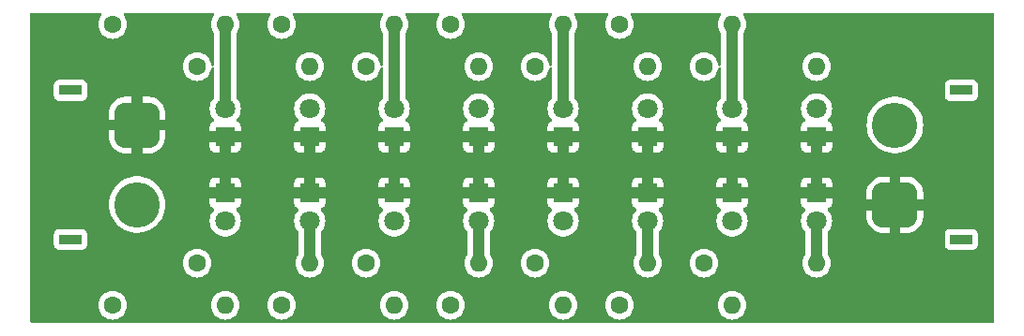
<source format=gbr>
%TF.GenerationSoftware,KiCad,Pcbnew,8.0.0*%
%TF.CreationDate,2024-03-26T18:15:11+09:00*%
%TF.ProjectId,led-board,6c65642d-626f-4617-9264-2e6b69636164,rev?*%
%TF.SameCoordinates,Original*%
%TF.FileFunction,Copper,L2,Bot*%
%TF.FilePolarity,Positive*%
%FSLAX46Y46*%
G04 Gerber Fmt 4.6, Leading zero omitted, Abs format (unit mm)*
G04 Created by KiCad (PCBNEW 8.0.0) date 2024-03-26 18:15:11*
%MOMM*%
%LPD*%
G01*
G04 APERTURE LIST*
G04 Aperture macros list*
%AMRoundRect*
0 Rectangle with rounded corners*
0 $1 Rounding radius*
0 $2 $3 $4 $5 $6 $7 $8 $9 X,Y pos of 4 corners*
0 Add a 4 corners polygon primitive as box body*
4,1,4,$2,$3,$4,$5,$6,$7,$8,$9,$2,$3,0*
0 Add four circle primitives for the rounded corners*
1,1,$1+$1,$2,$3*
1,1,$1+$1,$4,$5*
1,1,$1+$1,$6,$7*
1,1,$1+$1,$8,$9*
0 Add four rect primitives between the rounded corners*
20,1,$1+$1,$2,$3,$4,$5,0*
20,1,$1+$1,$4,$5,$6,$7,0*
20,1,$1+$1,$6,$7,$8,$9,0*
20,1,$1+$1,$8,$9,$2,$3,0*%
G04 Aperture macros list end*
%TA.AperFunction,ComponentPad*%
%ADD10C,1.600000*%
%TD*%
%TA.AperFunction,ComponentPad*%
%ADD11O,1.600000X1.600000*%
%TD*%
%TA.AperFunction,ComponentPad*%
%ADD12R,1.800000X1.800000*%
%TD*%
%TA.AperFunction,ComponentPad*%
%ADD13C,1.800000*%
%TD*%
%TA.AperFunction,ComponentPad*%
%ADD14R,2.000000X0.900000*%
%TD*%
%TA.AperFunction,ComponentPad*%
%ADD15RoundRect,1.025000X1.025000X-1.025000X1.025000X1.025000X-1.025000X1.025000X-1.025000X-1.025000X0*%
%TD*%
%TA.AperFunction,ComponentPad*%
%ADD16C,4.100000*%
%TD*%
%TA.AperFunction,ComponentPad*%
%ADD17RoundRect,1.025000X-1.025000X1.025000X-1.025000X-1.025000X1.025000X-1.025000X1.025000X1.025000X0*%
%TD*%
%TA.AperFunction,Conductor*%
%ADD18C,1.000000*%
%TD*%
G04 APERTURE END LIST*
D10*
%TO.P,R15,1*%
%TO.N,VCC*%
X139700000Y-91440000D03*
D11*
%TO.P,R15,2*%
%TO.N,Net-(D15-A)*%
X149860000Y-91440000D03*
%TD*%
D12*
%TO.P,D5,1,K*%
%TO.N,GND*%
X157480000Y-76210000D03*
D13*
%TO.P,D5,2,A*%
%TO.N,Net-(D5-A)*%
X157480000Y-73670000D03*
%TD*%
D12*
%TO.P,D16,1,K*%
%TO.N,GND*%
X157480000Y-81280000D03*
D13*
%TO.P,D16,2,A*%
%TO.N,Net-(D16-A)*%
X157480000Y-83820000D03*
%TD*%
D10*
%TO.P,R16,1*%
%TO.N,VCC*%
X147320000Y-87630000D03*
D11*
%TO.P,R16,2*%
%TO.N,Net-(D16-A)*%
X157480000Y-87630000D03*
%TD*%
D12*
%TO.P,D2,1,K*%
%TO.N,GND*%
X180340000Y-76210000D03*
D13*
%TO.P,D2,2,A*%
%TO.N,Net-(D2-A)*%
X180340000Y-73670000D03*
%TD*%
D10*
%TO.P,R12,1*%
%TO.N,VCC*%
X154940000Y-91440000D03*
D11*
%TO.P,R12,2*%
%TO.N,Net-(D12-A)*%
X165100000Y-91440000D03*
%TD*%
D10*
%TO.P,R7,1*%
%TO.N,VCC*%
X132080000Y-69850000D03*
D11*
%TO.P,R7,2*%
%TO.N,Net-(D7-A)*%
X142240000Y-69850000D03*
%TD*%
D14*
%TO.P,J1,*%
%TO.N,*%
X120665000Y-85490000D03*
X120665000Y-71990000D03*
D15*
%TO.P,J1,1,Pin_1*%
%TO.N,GND*%
X126665000Y-75140000D03*
D16*
%TO.P,J1,2,Pin_2*%
%TO.N,VCC*%
X126665000Y-82340000D03*
%TD*%
D12*
%TO.P,D11,1,K*%
%TO.N,GND*%
X172720000Y-81280000D03*
D13*
%TO.P,D11,2,A*%
%TO.N,Net-(D11-A)*%
X172720000Y-83820000D03*
%TD*%
D12*
%TO.P,D15,1,K*%
%TO.N,GND*%
X149860000Y-81280000D03*
D13*
%TO.P,D15,2,A*%
%TO.N,Net-(D15-A)*%
X149860000Y-83820000D03*
%TD*%
D10*
%TO.P,R2,1*%
%TO.N,VCC*%
X170180000Y-66040000D03*
D11*
%TO.P,R2,2*%
%TO.N,Net-(D2-A)*%
X180340000Y-66040000D03*
%TD*%
D10*
%TO.P,R13,1*%
%TO.N,VCC*%
X124460000Y-91440000D03*
D11*
%TO.P,R13,2*%
%TO.N,Net-(D13-A)*%
X134620000Y-91440000D03*
%TD*%
D12*
%TO.P,D7,1,K*%
%TO.N,GND*%
X142240000Y-76210000D03*
D13*
%TO.P,D7,2,A*%
%TO.N,Net-(D7-A)*%
X142240000Y-73670000D03*
%TD*%
D12*
%TO.P,D6,1,K*%
%TO.N,GND*%
X149860000Y-76210000D03*
D13*
%TO.P,D6,2,A*%
%TO.N,Net-(D6-A)*%
X149860000Y-73670000D03*
%TD*%
D10*
%TO.P,R11,1*%
%TO.N,VCC*%
X162560000Y-87630000D03*
D11*
%TO.P,R11,2*%
%TO.N,Net-(D11-A)*%
X172720000Y-87630000D03*
%TD*%
D10*
%TO.P,R14,1*%
%TO.N,VCC*%
X132080000Y-87630000D03*
D11*
%TO.P,R14,2*%
%TO.N,Net-(D14-A)*%
X142240000Y-87630000D03*
%TD*%
D10*
%TO.P,R1,1*%
%TO.N,VCC*%
X177800000Y-69850000D03*
D11*
%TO.P,R1,2*%
%TO.N,Net-(D1-A)*%
X187960000Y-69850000D03*
%TD*%
D12*
%TO.P,D3,1,K*%
%TO.N,GND*%
X172720000Y-76210000D03*
D13*
%TO.P,D3,2,A*%
%TO.N,Net-(D3-A)*%
X172720000Y-73670000D03*
%TD*%
D12*
%TO.P,D13,1,K*%
%TO.N,GND*%
X134620000Y-81280000D03*
D13*
%TO.P,D13,2,A*%
%TO.N,Net-(D13-A)*%
X134620000Y-83820000D03*
%TD*%
D10*
%TO.P,R8,1*%
%TO.N,VCC*%
X124460000Y-66040000D03*
D11*
%TO.P,R8,2*%
%TO.N,Net-(D8-A)*%
X134620000Y-66040000D03*
%TD*%
D12*
%TO.P,D12,1,K*%
%TO.N,GND*%
X165100000Y-81280000D03*
D13*
%TO.P,D12,2,A*%
%TO.N,Net-(D12-A)*%
X165100000Y-83820000D03*
%TD*%
D12*
%TO.P,D8,1,K*%
%TO.N,GND*%
X134620000Y-76210000D03*
D13*
%TO.P,D8,2,A*%
%TO.N,Net-(D8-A)*%
X134620000Y-73670000D03*
%TD*%
D14*
%TO.P,J2,*%
%TO.N,*%
X201026000Y-71990000D03*
X201026000Y-85490000D03*
D17*
%TO.P,J2,1,Pin_1*%
%TO.N,GND*%
X195026000Y-82340000D03*
D16*
%TO.P,J2,2,Pin_2*%
%TO.N,VCC*%
X195026000Y-75140000D03*
%TD*%
D12*
%TO.P,D9,1,K*%
%TO.N,GND*%
X187960000Y-81280000D03*
D13*
%TO.P,D9,2,A*%
%TO.N,Net-(D9-A)*%
X187960000Y-83820000D03*
%TD*%
D12*
%TO.P,D14,1,K*%
%TO.N,GND*%
X142240000Y-81280000D03*
D13*
%TO.P,D14,2,A*%
%TO.N,Net-(D14-A)*%
X142240000Y-83820000D03*
%TD*%
D10*
%TO.P,R9,1*%
%TO.N,VCC*%
X177800000Y-87630000D03*
D11*
%TO.P,R9,2*%
%TO.N,Net-(D9-A)*%
X187960000Y-87630000D03*
%TD*%
D10*
%TO.P,R10,1*%
%TO.N,VCC*%
X170180000Y-91440000D03*
D11*
%TO.P,R10,2*%
%TO.N,Net-(D10-A)*%
X180340000Y-91440000D03*
%TD*%
D10*
%TO.P,R3,1*%
%TO.N,VCC*%
X162560000Y-69850000D03*
D11*
%TO.P,R3,2*%
%TO.N,Net-(D3-A)*%
X172720000Y-69850000D03*
%TD*%
D12*
%TO.P,D1,1,K*%
%TO.N,GND*%
X187960000Y-76210000D03*
D13*
%TO.P,D1,2,A*%
%TO.N,Net-(D1-A)*%
X187960000Y-73670000D03*
%TD*%
D12*
%TO.P,D10,1,K*%
%TO.N,GND*%
X180340000Y-81280000D03*
D13*
%TO.P,D10,2,A*%
%TO.N,Net-(D10-A)*%
X180340000Y-83820000D03*
%TD*%
D10*
%TO.P,R5,1*%
%TO.N,VCC*%
X147320000Y-69850000D03*
D11*
%TO.P,R5,2*%
%TO.N,Net-(D5-A)*%
X157480000Y-69850000D03*
%TD*%
D12*
%TO.P,D4,1,K*%
%TO.N,GND*%
X165100000Y-76210000D03*
D13*
%TO.P,D4,2,A*%
%TO.N,Net-(D4-A)*%
X165100000Y-73670000D03*
%TD*%
D10*
%TO.P,R4,1*%
%TO.N,VCC*%
X154940000Y-66040000D03*
D11*
%TO.P,R4,2*%
%TO.N,Net-(D4-A)*%
X165100000Y-66040000D03*
%TD*%
D10*
%TO.P,R6,1*%
%TO.N,VCC*%
X139700000Y-66040000D03*
D11*
%TO.P,R6,2*%
%TO.N,Net-(D6-A)*%
X149860000Y-66040000D03*
%TD*%
D18*
%TO.N,Net-(D2-A)*%
X180340000Y-66040000D02*
X180340000Y-73670000D01*
%TO.N,Net-(D4-A)*%
X165100000Y-66040000D02*
X165100000Y-73670000D01*
%TO.N,Net-(D6-A)*%
X149860000Y-73670000D02*
X149860000Y-66040000D01*
%TO.N,Net-(D8-A)*%
X134620000Y-73670000D02*
X134620000Y-66040000D01*
%TO.N,Net-(D9-A)*%
X187960000Y-87630000D02*
X187960000Y-83820000D01*
%TO.N,Net-(D11-A)*%
X172720000Y-87630000D02*
X172720000Y-83820000D01*
%TO.N,Net-(D14-A)*%
X142240000Y-87630000D02*
X142240000Y-83820000D01*
%TO.N,Net-(D16-A)*%
X157480000Y-87630000D02*
X157480000Y-83820000D01*
%TD*%
%TA.AperFunction,Conductor*%
%TO.N,GND*%
G36*
X123429615Y-65019685D02*
G01*
X123475370Y-65072489D01*
X123485314Y-65141647D01*
X123461357Y-65195235D01*
X123463058Y-65196426D01*
X123329432Y-65387265D01*
X123329431Y-65387267D01*
X123233261Y-65593502D01*
X123233258Y-65593511D01*
X123174366Y-65813302D01*
X123174364Y-65813313D01*
X123154532Y-66039998D01*
X123154532Y-66040001D01*
X123174364Y-66266686D01*
X123174366Y-66266697D01*
X123233258Y-66486488D01*
X123233261Y-66486497D01*
X123329431Y-66692732D01*
X123329432Y-66692734D01*
X123459954Y-66879141D01*
X123620858Y-67040045D01*
X123620861Y-67040047D01*
X123807266Y-67170568D01*
X124013504Y-67266739D01*
X124233308Y-67325635D01*
X124395230Y-67339801D01*
X124459998Y-67345468D01*
X124460000Y-67345468D01*
X124460002Y-67345468D01*
X124516673Y-67340509D01*
X124686692Y-67325635D01*
X124906496Y-67266739D01*
X125112734Y-67170568D01*
X125299139Y-67040047D01*
X125460047Y-66879139D01*
X125590568Y-66692734D01*
X125686739Y-66486496D01*
X125745635Y-66266692D01*
X125765468Y-66040000D01*
X125745635Y-65813308D01*
X125686739Y-65593504D01*
X125590568Y-65387266D01*
X125460047Y-65200861D01*
X125456942Y-65196426D01*
X125458704Y-65195192D01*
X125434419Y-65139678D01*
X125445469Y-65070688D01*
X125492065Y-65018624D01*
X125557424Y-65000000D01*
X133522576Y-65000000D01*
X133589615Y-65019685D01*
X133635370Y-65072489D01*
X133645314Y-65141647D01*
X133621357Y-65195235D01*
X133623058Y-65196426D01*
X133489432Y-65387265D01*
X133489431Y-65387267D01*
X133393261Y-65593502D01*
X133393258Y-65593511D01*
X133334366Y-65813302D01*
X133334364Y-65813313D01*
X133314532Y-66039998D01*
X133314532Y-66040001D01*
X133334364Y-66266686D01*
X133334366Y-66266697D01*
X133393258Y-66486488D01*
X133393261Y-66486497D01*
X133489431Y-66692732D01*
X133489432Y-66692734D01*
X133597075Y-66846465D01*
X133619402Y-66912671D01*
X133619500Y-66917588D01*
X133619500Y-69684933D01*
X133599815Y-69751972D01*
X133547011Y-69797727D01*
X133477853Y-69807671D01*
X133414297Y-69778646D01*
X133376523Y-69719868D01*
X133371972Y-69695740D01*
X133365635Y-69623313D01*
X133365635Y-69623308D01*
X133306739Y-69403504D01*
X133210568Y-69197266D01*
X133080047Y-69010861D01*
X133080045Y-69010858D01*
X132919141Y-68849954D01*
X132732734Y-68719432D01*
X132732732Y-68719431D01*
X132526497Y-68623261D01*
X132526488Y-68623258D01*
X132306697Y-68564366D01*
X132306693Y-68564365D01*
X132306692Y-68564365D01*
X132306691Y-68564364D01*
X132306686Y-68564364D01*
X132080002Y-68544532D01*
X132079998Y-68544532D01*
X131853313Y-68564364D01*
X131853302Y-68564366D01*
X131633511Y-68623258D01*
X131633502Y-68623261D01*
X131427267Y-68719431D01*
X131427265Y-68719432D01*
X131240858Y-68849954D01*
X131079954Y-69010858D01*
X130949432Y-69197265D01*
X130949431Y-69197267D01*
X130853261Y-69403502D01*
X130853258Y-69403511D01*
X130794366Y-69623302D01*
X130794364Y-69623313D01*
X130774532Y-69849998D01*
X130774532Y-69850001D01*
X130794364Y-70076686D01*
X130794366Y-70076697D01*
X130853258Y-70296488D01*
X130853261Y-70296497D01*
X130949431Y-70502732D01*
X130949432Y-70502734D01*
X131079954Y-70689141D01*
X131240858Y-70850045D01*
X131240861Y-70850047D01*
X131427266Y-70980568D01*
X131633504Y-71076739D01*
X131853308Y-71135635D01*
X132015230Y-71149801D01*
X132079998Y-71155468D01*
X132080000Y-71155468D01*
X132080002Y-71155468D01*
X132136673Y-71150509D01*
X132306692Y-71135635D01*
X132526496Y-71076739D01*
X132732734Y-70980568D01*
X132919139Y-70850047D01*
X133080047Y-70689139D01*
X133210568Y-70502734D01*
X133306739Y-70296496D01*
X133365635Y-70076692D01*
X133371972Y-70004258D01*
X133397424Y-69939190D01*
X133454015Y-69898211D01*
X133523777Y-69894333D01*
X133584561Y-69928787D01*
X133617069Y-69990634D01*
X133619500Y-70015066D01*
X133619500Y-72640621D01*
X133599815Y-72707660D01*
X133586730Y-72724603D01*
X133511022Y-72806844D01*
X133511020Y-72806846D01*
X133384075Y-73001151D01*
X133290842Y-73213699D01*
X133233866Y-73438691D01*
X133233864Y-73438702D01*
X133214700Y-73669993D01*
X133214700Y-73670006D01*
X133233864Y-73901297D01*
X133233866Y-73901308D01*
X133290842Y-74126300D01*
X133384075Y-74338848D01*
X133511018Y-74533150D01*
X133606167Y-74636510D01*
X133637089Y-74699164D01*
X133629228Y-74768590D01*
X133585081Y-74822746D01*
X133558271Y-74836674D01*
X133477911Y-74866646D01*
X133477906Y-74866649D01*
X133362812Y-74952809D01*
X133362809Y-74952812D01*
X133276649Y-75067906D01*
X133276645Y-75067913D01*
X133226403Y-75202620D01*
X133226401Y-75202627D01*
X133220000Y-75262155D01*
X133220000Y-75710000D01*
X136020000Y-75710000D01*
X136020000Y-75262172D01*
X136019999Y-75262155D01*
X136013598Y-75202627D01*
X136013596Y-75202620D01*
X135963354Y-75067913D01*
X135963350Y-75067906D01*
X135877190Y-74952812D01*
X135877187Y-74952809D01*
X135762093Y-74866649D01*
X135762086Y-74866645D01*
X135681729Y-74836674D01*
X135625795Y-74794803D01*
X135601378Y-74729338D01*
X135616230Y-74661065D01*
X135633826Y-74636516D01*
X135728979Y-74533153D01*
X135855924Y-74338849D01*
X135949157Y-74126300D01*
X136006134Y-73901305D01*
X136006240Y-73900031D01*
X136025300Y-73670006D01*
X140834700Y-73670006D01*
X140853864Y-73901297D01*
X140853866Y-73901308D01*
X140910842Y-74126300D01*
X141004075Y-74338848D01*
X141131018Y-74533150D01*
X141226167Y-74636510D01*
X141257089Y-74699164D01*
X141249228Y-74768590D01*
X141205081Y-74822746D01*
X141178271Y-74836674D01*
X141097911Y-74866646D01*
X141097906Y-74866649D01*
X140982812Y-74952809D01*
X140982809Y-74952812D01*
X140896649Y-75067906D01*
X140896645Y-75067913D01*
X140846403Y-75202620D01*
X140846401Y-75202627D01*
X140840000Y-75262155D01*
X140840000Y-75710000D01*
X143640000Y-75710000D01*
X143640000Y-75262172D01*
X143639999Y-75262155D01*
X143633598Y-75202627D01*
X143633596Y-75202620D01*
X143583354Y-75067913D01*
X143583350Y-75067906D01*
X143497190Y-74952812D01*
X143497187Y-74952809D01*
X143382093Y-74866649D01*
X143382086Y-74866645D01*
X143301729Y-74836674D01*
X143245795Y-74794803D01*
X143221378Y-74729338D01*
X143236230Y-74661065D01*
X143253826Y-74636516D01*
X143348979Y-74533153D01*
X143475924Y-74338849D01*
X143569157Y-74126300D01*
X143626134Y-73901305D01*
X143626240Y-73900031D01*
X143645300Y-73670006D01*
X143645300Y-73669993D01*
X143626135Y-73438702D01*
X143626133Y-73438691D01*
X143569157Y-73213699D01*
X143475924Y-73001151D01*
X143348983Y-72806852D01*
X143348980Y-72806849D01*
X143348979Y-72806847D01*
X143191784Y-72636087D01*
X143191779Y-72636083D01*
X143191777Y-72636081D01*
X143008634Y-72493535D01*
X143008628Y-72493531D01*
X142804504Y-72383064D01*
X142804495Y-72383061D01*
X142584984Y-72307702D01*
X142413282Y-72279050D01*
X142356049Y-72269500D01*
X142123951Y-72269500D01*
X142078164Y-72277140D01*
X141895015Y-72307702D01*
X141675504Y-72383061D01*
X141675495Y-72383064D01*
X141471371Y-72493531D01*
X141471365Y-72493535D01*
X141288222Y-72636081D01*
X141288219Y-72636084D01*
X141288216Y-72636086D01*
X141288216Y-72636087D01*
X141245648Y-72682328D01*
X141131016Y-72806852D01*
X141004075Y-73001151D01*
X140910842Y-73213699D01*
X140853866Y-73438691D01*
X140853864Y-73438702D01*
X140834700Y-73669993D01*
X140834700Y-73670006D01*
X136025300Y-73670006D01*
X136025300Y-73669993D01*
X136006135Y-73438702D01*
X136006133Y-73438691D01*
X135949157Y-73213699D01*
X135855924Y-73001151D01*
X135728979Y-72806846D01*
X135728977Y-72806844D01*
X135653270Y-72724603D01*
X135622348Y-72661948D01*
X135620500Y-72640621D01*
X135620500Y-69850001D01*
X140934532Y-69850001D01*
X140954364Y-70076686D01*
X140954366Y-70076697D01*
X141013258Y-70296488D01*
X141013261Y-70296497D01*
X141109431Y-70502732D01*
X141109432Y-70502734D01*
X141239954Y-70689141D01*
X141400858Y-70850045D01*
X141400861Y-70850047D01*
X141587266Y-70980568D01*
X141793504Y-71076739D01*
X142013308Y-71135635D01*
X142175230Y-71149801D01*
X142239998Y-71155468D01*
X142240000Y-71155468D01*
X142240002Y-71155468D01*
X142296673Y-71150509D01*
X142466692Y-71135635D01*
X142686496Y-71076739D01*
X142892734Y-70980568D01*
X143079139Y-70850047D01*
X143240047Y-70689139D01*
X143370568Y-70502734D01*
X143466739Y-70296496D01*
X143525635Y-70076692D01*
X143545468Y-69850000D01*
X143525635Y-69623308D01*
X143466739Y-69403504D01*
X143370568Y-69197266D01*
X143240047Y-69010861D01*
X143240045Y-69010858D01*
X143079141Y-68849954D01*
X142892734Y-68719432D01*
X142892732Y-68719431D01*
X142686497Y-68623261D01*
X142686488Y-68623258D01*
X142466697Y-68564366D01*
X142466693Y-68564365D01*
X142466692Y-68564365D01*
X142466691Y-68564364D01*
X142466686Y-68564364D01*
X142240002Y-68544532D01*
X142239998Y-68544532D01*
X142013313Y-68564364D01*
X142013302Y-68564366D01*
X141793511Y-68623258D01*
X141793502Y-68623261D01*
X141587267Y-68719431D01*
X141587265Y-68719432D01*
X141400858Y-68849954D01*
X141239954Y-69010858D01*
X141109432Y-69197265D01*
X141109431Y-69197267D01*
X141013261Y-69403502D01*
X141013258Y-69403511D01*
X140954366Y-69623302D01*
X140954364Y-69623313D01*
X140934532Y-69849998D01*
X140934532Y-69850001D01*
X135620500Y-69850001D01*
X135620500Y-66917588D01*
X135640185Y-66850549D01*
X135642925Y-66846465D01*
X135750568Y-66692734D01*
X135846739Y-66486496D01*
X135905635Y-66266692D01*
X135925468Y-66040000D01*
X135905635Y-65813308D01*
X135846739Y-65593504D01*
X135750568Y-65387266D01*
X135620047Y-65200861D01*
X135616942Y-65196426D01*
X135618704Y-65195192D01*
X135594419Y-65139678D01*
X135605469Y-65070688D01*
X135652065Y-65018624D01*
X135717424Y-65000000D01*
X138602576Y-65000000D01*
X138669615Y-65019685D01*
X138715370Y-65072489D01*
X138725314Y-65141647D01*
X138701357Y-65195235D01*
X138703058Y-65196426D01*
X138569432Y-65387265D01*
X138569431Y-65387267D01*
X138473261Y-65593502D01*
X138473258Y-65593511D01*
X138414366Y-65813302D01*
X138414364Y-65813313D01*
X138394532Y-66039998D01*
X138394532Y-66040001D01*
X138414364Y-66266686D01*
X138414366Y-66266697D01*
X138473258Y-66486488D01*
X138473261Y-66486497D01*
X138569431Y-66692732D01*
X138569432Y-66692734D01*
X138699954Y-66879141D01*
X138860858Y-67040045D01*
X138860861Y-67040047D01*
X139047266Y-67170568D01*
X139253504Y-67266739D01*
X139473308Y-67325635D01*
X139635230Y-67339801D01*
X139699998Y-67345468D01*
X139700000Y-67345468D01*
X139700002Y-67345468D01*
X139756673Y-67340509D01*
X139926692Y-67325635D01*
X140146496Y-67266739D01*
X140352734Y-67170568D01*
X140539139Y-67040047D01*
X140700047Y-66879139D01*
X140830568Y-66692734D01*
X140926739Y-66486496D01*
X140985635Y-66266692D01*
X141005468Y-66040000D01*
X140985635Y-65813308D01*
X140926739Y-65593504D01*
X140830568Y-65387266D01*
X140700047Y-65200861D01*
X140696942Y-65196426D01*
X140698704Y-65195192D01*
X140674419Y-65139678D01*
X140685469Y-65070688D01*
X140732065Y-65018624D01*
X140797424Y-65000000D01*
X148762576Y-65000000D01*
X148829615Y-65019685D01*
X148875370Y-65072489D01*
X148885314Y-65141647D01*
X148861357Y-65195235D01*
X148863058Y-65196426D01*
X148729432Y-65387265D01*
X148729431Y-65387267D01*
X148633261Y-65593502D01*
X148633258Y-65593511D01*
X148574366Y-65813302D01*
X148574364Y-65813313D01*
X148554532Y-66039998D01*
X148554532Y-66040001D01*
X148574364Y-66266686D01*
X148574366Y-66266697D01*
X148633258Y-66486488D01*
X148633261Y-66486497D01*
X148729431Y-66692732D01*
X148729432Y-66692734D01*
X148837075Y-66846465D01*
X148859402Y-66912671D01*
X148859500Y-66917588D01*
X148859500Y-69684933D01*
X148839815Y-69751972D01*
X148787011Y-69797727D01*
X148717853Y-69807671D01*
X148654297Y-69778646D01*
X148616523Y-69719868D01*
X148611972Y-69695740D01*
X148605635Y-69623313D01*
X148605635Y-69623308D01*
X148546739Y-69403504D01*
X148450568Y-69197266D01*
X148320047Y-69010861D01*
X148320045Y-69010858D01*
X148159141Y-68849954D01*
X147972734Y-68719432D01*
X147972732Y-68719431D01*
X147766497Y-68623261D01*
X147766488Y-68623258D01*
X147546697Y-68564366D01*
X147546693Y-68564365D01*
X147546692Y-68564365D01*
X147546691Y-68564364D01*
X147546686Y-68564364D01*
X147320002Y-68544532D01*
X147319998Y-68544532D01*
X147093313Y-68564364D01*
X147093302Y-68564366D01*
X146873511Y-68623258D01*
X146873502Y-68623261D01*
X146667267Y-68719431D01*
X146667265Y-68719432D01*
X146480858Y-68849954D01*
X146319954Y-69010858D01*
X146189432Y-69197265D01*
X146189431Y-69197267D01*
X146093261Y-69403502D01*
X146093258Y-69403511D01*
X146034366Y-69623302D01*
X146034364Y-69623313D01*
X146014532Y-69849998D01*
X146014532Y-69850001D01*
X146034364Y-70076686D01*
X146034366Y-70076697D01*
X146093258Y-70296488D01*
X146093261Y-70296497D01*
X146189431Y-70502732D01*
X146189432Y-70502734D01*
X146319954Y-70689141D01*
X146480858Y-70850045D01*
X146480861Y-70850047D01*
X146667266Y-70980568D01*
X146873504Y-71076739D01*
X147093308Y-71135635D01*
X147255230Y-71149801D01*
X147319998Y-71155468D01*
X147320000Y-71155468D01*
X147320002Y-71155468D01*
X147376673Y-71150509D01*
X147546692Y-71135635D01*
X147766496Y-71076739D01*
X147972734Y-70980568D01*
X148159139Y-70850047D01*
X148320047Y-70689139D01*
X148450568Y-70502734D01*
X148546739Y-70296496D01*
X148605635Y-70076692D01*
X148611972Y-70004258D01*
X148637424Y-69939190D01*
X148694015Y-69898211D01*
X148763777Y-69894333D01*
X148824561Y-69928787D01*
X148857069Y-69990634D01*
X148859500Y-70015066D01*
X148859500Y-72640621D01*
X148839815Y-72707660D01*
X148826730Y-72724603D01*
X148751022Y-72806844D01*
X148751020Y-72806846D01*
X148624075Y-73001151D01*
X148530842Y-73213699D01*
X148473866Y-73438691D01*
X148473864Y-73438702D01*
X148454700Y-73669993D01*
X148454700Y-73670006D01*
X148473864Y-73901297D01*
X148473866Y-73901308D01*
X148530842Y-74126300D01*
X148624075Y-74338848D01*
X148751018Y-74533150D01*
X148846167Y-74636510D01*
X148877089Y-74699164D01*
X148869228Y-74768590D01*
X148825081Y-74822746D01*
X148798271Y-74836674D01*
X148717911Y-74866646D01*
X148717906Y-74866649D01*
X148602812Y-74952809D01*
X148602809Y-74952812D01*
X148516649Y-75067906D01*
X148516645Y-75067913D01*
X148466403Y-75202620D01*
X148466401Y-75202627D01*
X148460000Y-75262155D01*
X148460000Y-75710000D01*
X151260000Y-75710000D01*
X151260000Y-75262172D01*
X151259999Y-75262155D01*
X151253598Y-75202627D01*
X151253596Y-75202620D01*
X151203354Y-75067913D01*
X151203350Y-75067906D01*
X151117190Y-74952812D01*
X151117187Y-74952809D01*
X151002093Y-74866649D01*
X151002086Y-74866645D01*
X150921729Y-74836674D01*
X150865795Y-74794803D01*
X150841378Y-74729338D01*
X150856230Y-74661065D01*
X150873826Y-74636516D01*
X150968979Y-74533153D01*
X151095924Y-74338849D01*
X151189157Y-74126300D01*
X151246134Y-73901305D01*
X151246240Y-73900031D01*
X151265300Y-73670006D01*
X156074700Y-73670006D01*
X156093864Y-73901297D01*
X156093866Y-73901308D01*
X156150842Y-74126300D01*
X156244075Y-74338848D01*
X156371018Y-74533150D01*
X156466167Y-74636510D01*
X156497089Y-74699164D01*
X156489228Y-74768590D01*
X156445081Y-74822746D01*
X156418271Y-74836674D01*
X156337911Y-74866646D01*
X156337906Y-74866649D01*
X156222812Y-74952809D01*
X156222809Y-74952812D01*
X156136649Y-75067906D01*
X156136645Y-75067913D01*
X156086403Y-75202620D01*
X156086401Y-75202627D01*
X156080000Y-75262155D01*
X156080000Y-75710000D01*
X158880000Y-75710000D01*
X158880000Y-75262172D01*
X158879999Y-75262155D01*
X158873598Y-75202627D01*
X158873596Y-75202620D01*
X158823354Y-75067913D01*
X158823350Y-75067906D01*
X158737190Y-74952812D01*
X158737187Y-74952809D01*
X158622093Y-74866649D01*
X158622086Y-74866645D01*
X158541729Y-74836674D01*
X158485795Y-74794803D01*
X158461378Y-74729338D01*
X158476230Y-74661065D01*
X158493826Y-74636516D01*
X158588979Y-74533153D01*
X158715924Y-74338849D01*
X158809157Y-74126300D01*
X158866134Y-73901305D01*
X158866240Y-73900031D01*
X158885300Y-73670006D01*
X158885300Y-73669993D01*
X158866135Y-73438702D01*
X158866133Y-73438691D01*
X158809157Y-73213699D01*
X158715924Y-73001151D01*
X158588983Y-72806852D01*
X158588980Y-72806849D01*
X158588979Y-72806847D01*
X158431784Y-72636087D01*
X158431779Y-72636083D01*
X158431777Y-72636081D01*
X158248634Y-72493535D01*
X158248628Y-72493531D01*
X158044504Y-72383064D01*
X158044495Y-72383061D01*
X157824984Y-72307702D01*
X157653282Y-72279050D01*
X157596049Y-72269500D01*
X157363951Y-72269500D01*
X157318164Y-72277140D01*
X157135015Y-72307702D01*
X156915504Y-72383061D01*
X156915495Y-72383064D01*
X156711371Y-72493531D01*
X156711365Y-72493535D01*
X156528222Y-72636081D01*
X156528219Y-72636084D01*
X156528216Y-72636086D01*
X156528216Y-72636087D01*
X156485648Y-72682328D01*
X156371016Y-72806852D01*
X156244075Y-73001151D01*
X156150842Y-73213699D01*
X156093866Y-73438691D01*
X156093864Y-73438702D01*
X156074700Y-73669993D01*
X156074700Y-73670006D01*
X151265300Y-73670006D01*
X151265300Y-73669993D01*
X151246135Y-73438702D01*
X151246133Y-73438691D01*
X151189157Y-73213699D01*
X151095924Y-73001151D01*
X150968979Y-72806846D01*
X150968977Y-72806844D01*
X150893270Y-72724603D01*
X150862348Y-72661948D01*
X150860500Y-72640621D01*
X150860500Y-69850001D01*
X156174532Y-69850001D01*
X156194364Y-70076686D01*
X156194366Y-70076697D01*
X156253258Y-70296488D01*
X156253261Y-70296497D01*
X156349431Y-70502732D01*
X156349432Y-70502734D01*
X156479954Y-70689141D01*
X156640858Y-70850045D01*
X156640861Y-70850047D01*
X156827266Y-70980568D01*
X157033504Y-71076739D01*
X157253308Y-71135635D01*
X157415230Y-71149801D01*
X157479998Y-71155468D01*
X157480000Y-71155468D01*
X157480002Y-71155468D01*
X157536673Y-71150509D01*
X157706692Y-71135635D01*
X157926496Y-71076739D01*
X158132734Y-70980568D01*
X158319139Y-70850047D01*
X158480047Y-70689139D01*
X158610568Y-70502734D01*
X158706739Y-70296496D01*
X158765635Y-70076692D01*
X158785468Y-69850000D01*
X158765635Y-69623308D01*
X158706739Y-69403504D01*
X158610568Y-69197266D01*
X158480047Y-69010861D01*
X158480045Y-69010858D01*
X158319141Y-68849954D01*
X158132734Y-68719432D01*
X158132732Y-68719431D01*
X157926497Y-68623261D01*
X157926488Y-68623258D01*
X157706697Y-68564366D01*
X157706693Y-68564365D01*
X157706692Y-68564365D01*
X157706691Y-68564364D01*
X157706686Y-68564364D01*
X157480002Y-68544532D01*
X157479998Y-68544532D01*
X157253313Y-68564364D01*
X157253302Y-68564366D01*
X157033511Y-68623258D01*
X157033502Y-68623261D01*
X156827267Y-68719431D01*
X156827265Y-68719432D01*
X156640858Y-68849954D01*
X156479954Y-69010858D01*
X156349432Y-69197265D01*
X156349431Y-69197267D01*
X156253261Y-69403502D01*
X156253258Y-69403511D01*
X156194366Y-69623302D01*
X156194364Y-69623313D01*
X156174532Y-69849998D01*
X156174532Y-69850001D01*
X150860500Y-69850001D01*
X150860500Y-66917588D01*
X150880185Y-66850549D01*
X150882925Y-66846465D01*
X150990568Y-66692734D01*
X151086739Y-66486496D01*
X151145635Y-66266692D01*
X151165468Y-66040000D01*
X151145635Y-65813308D01*
X151086739Y-65593504D01*
X150990568Y-65387266D01*
X150860047Y-65200861D01*
X150856942Y-65196426D01*
X150858704Y-65195192D01*
X150834419Y-65139678D01*
X150845469Y-65070688D01*
X150892065Y-65018624D01*
X150957424Y-65000000D01*
X153842576Y-65000000D01*
X153909615Y-65019685D01*
X153955370Y-65072489D01*
X153965314Y-65141647D01*
X153941357Y-65195235D01*
X153943058Y-65196426D01*
X153809432Y-65387265D01*
X153809431Y-65387267D01*
X153713261Y-65593502D01*
X153713258Y-65593511D01*
X153654366Y-65813302D01*
X153654364Y-65813313D01*
X153634532Y-66039998D01*
X153634532Y-66040001D01*
X153654364Y-66266686D01*
X153654366Y-66266697D01*
X153713258Y-66486488D01*
X153713261Y-66486497D01*
X153809431Y-66692732D01*
X153809432Y-66692734D01*
X153939954Y-66879141D01*
X154100858Y-67040045D01*
X154100861Y-67040047D01*
X154287266Y-67170568D01*
X154493504Y-67266739D01*
X154713308Y-67325635D01*
X154875230Y-67339801D01*
X154939998Y-67345468D01*
X154940000Y-67345468D01*
X154940002Y-67345468D01*
X154996673Y-67340509D01*
X155166692Y-67325635D01*
X155386496Y-67266739D01*
X155592734Y-67170568D01*
X155779139Y-67040047D01*
X155940047Y-66879139D01*
X156070568Y-66692734D01*
X156166739Y-66486496D01*
X156225635Y-66266692D01*
X156245468Y-66040000D01*
X156225635Y-65813308D01*
X156166739Y-65593504D01*
X156070568Y-65387266D01*
X155940047Y-65200861D01*
X155936942Y-65196426D01*
X155938704Y-65195192D01*
X155914419Y-65139678D01*
X155925469Y-65070688D01*
X155972065Y-65018624D01*
X156037424Y-65000000D01*
X164002576Y-65000000D01*
X164069615Y-65019685D01*
X164115370Y-65072489D01*
X164125314Y-65141647D01*
X164101357Y-65195235D01*
X164103058Y-65196426D01*
X163969432Y-65387265D01*
X163969431Y-65387267D01*
X163873261Y-65593502D01*
X163873258Y-65593511D01*
X163814366Y-65813302D01*
X163814364Y-65813313D01*
X163794532Y-66039998D01*
X163794532Y-66040001D01*
X163814364Y-66266686D01*
X163814366Y-66266697D01*
X163873258Y-66486488D01*
X163873261Y-66486497D01*
X163969431Y-66692732D01*
X163969432Y-66692734D01*
X164077075Y-66846465D01*
X164099402Y-66912671D01*
X164099500Y-66917588D01*
X164099500Y-69684933D01*
X164079815Y-69751972D01*
X164027011Y-69797727D01*
X163957853Y-69807671D01*
X163894297Y-69778646D01*
X163856523Y-69719868D01*
X163851972Y-69695740D01*
X163845635Y-69623313D01*
X163845635Y-69623308D01*
X163786739Y-69403504D01*
X163690568Y-69197266D01*
X163560047Y-69010861D01*
X163560045Y-69010858D01*
X163399141Y-68849954D01*
X163212734Y-68719432D01*
X163212732Y-68719431D01*
X163006497Y-68623261D01*
X163006488Y-68623258D01*
X162786697Y-68564366D01*
X162786693Y-68564365D01*
X162786692Y-68564365D01*
X162786691Y-68564364D01*
X162786686Y-68564364D01*
X162560002Y-68544532D01*
X162559998Y-68544532D01*
X162333313Y-68564364D01*
X162333302Y-68564366D01*
X162113511Y-68623258D01*
X162113502Y-68623261D01*
X161907267Y-68719431D01*
X161907265Y-68719432D01*
X161720858Y-68849954D01*
X161559954Y-69010858D01*
X161429432Y-69197265D01*
X161429431Y-69197267D01*
X161333261Y-69403502D01*
X161333258Y-69403511D01*
X161274366Y-69623302D01*
X161274364Y-69623313D01*
X161254532Y-69849998D01*
X161254532Y-69850001D01*
X161274364Y-70076686D01*
X161274366Y-70076697D01*
X161333258Y-70296488D01*
X161333261Y-70296497D01*
X161429431Y-70502732D01*
X161429432Y-70502734D01*
X161559954Y-70689141D01*
X161720858Y-70850045D01*
X161720861Y-70850047D01*
X161907266Y-70980568D01*
X162113504Y-71076739D01*
X162333308Y-71135635D01*
X162495230Y-71149801D01*
X162559998Y-71155468D01*
X162560000Y-71155468D01*
X162560002Y-71155468D01*
X162616673Y-71150509D01*
X162786692Y-71135635D01*
X163006496Y-71076739D01*
X163212734Y-70980568D01*
X163399139Y-70850047D01*
X163560047Y-70689139D01*
X163690568Y-70502734D01*
X163786739Y-70296496D01*
X163845635Y-70076692D01*
X163851972Y-70004258D01*
X163877424Y-69939190D01*
X163934015Y-69898211D01*
X164003777Y-69894333D01*
X164064561Y-69928787D01*
X164097069Y-69990634D01*
X164099500Y-70015066D01*
X164099500Y-72640621D01*
X164079815Y-72707660D01*
X164066730Y-72724603D01*
X163991022Y-72806844D01*
X163991020Y-72806846D01*
X163864075Y-73001151D01*
X163770842Y-73213699D01*
X163713866Y-73438691D01*
X163713864Y-73438702D01*
X163694700Y-73669993D01*
X163694700Y-73670006D01*
X163713864Y-73901297D01*
X163713866Y-73901308D01*
X163770842Y-74126300D01*
X163864075Y-74338848D01*
X163991018Y-74533150D01*
X164086167Y-74636510D01*
X164117089Y-74699164D01*
X164109228Y-74768590D01*
X164065081Y-74822746D01*
X164038271Y-74836674D01*
X163957911Y-74866646D01*
X163957906Y-74866649D01*
X163842812Y-74952809D01*
X163842809Y-74952812D01*
X163756649Y-75067906D01*
X163756645Y-75067913D01*
X163706403Y-75202620D01*
X163706401Y-75202627D01*
X163700000Y-75262155D01*
X163700000Y-75710000D01*
X166500000Y-75710000D01*
X166500000Y-75262172D01*
X166499999Y-75262155D01*
X166493598Y-75202627D01*
X166493596Y-75202620D01*
X166443354Y-75067913D01*
X166443350Y-75067906D01*
X166357190Y-74952812D01*
X166357187Y-74952809D01*
X166242093Y-74866649D01*
X166242086Y-74866645D01*
X166161729Y-74836674D01*
X166105795Y-74794803D01*
X166081378Y-74729338D01*
X166096230Y-74661065D01*
X166113826Y-74636516D01*
X166208979Y-74533153D01*
X166335924Y-74338849D01*
X166429157Y-74126300D01*
X166486134Y-73901305D01*
X166486240Y-73900031D01*
X166505300Y-73670006D01*
X171314700Y-73670006D01*
X171333864Y-73901297D01*
X171333866Y-73901308D01*
X171390842Y-74126300D01*
X171484075Y-74338848D01*
X171611018Y-74533150D01*
X171706167Y-74636510D01*
X171737089Y-74699164D01*
X171729228Y-74768590D01*
X171685081Y-74822746D01*
X171658271Y-74836674D01*
X171577911Y-74866646D01*
X171577906Y-74866649D01*
X171462812Y-74952809D01*
X171462809Y-74952812D01*
X171376649Y-75067906D01*
X171376645Y-75067913D01*
X171326403Y-75202620D01*
X171326401Y-75202627D01*
X171320000Y-75262155D01*
X171320000Y-75710000D01*
X174120000Y-75710000D01*
X174120000Y-75262172D01*
X174119999Y-75262155D01*
X174113598Y-75202627D01*
X174113596Y-75202620D01*
X174063354Y-75067913D01*
X174063350Y-75067906D01*
X173977190Y-74952812D01*
X173977187Y-74952809D01*
X173862093Y-74866649D01*
X173862086Y-74866645D01*
X173781729Y-74836674D01*
X173725795Y-74794803D01*
X173701378Y-74729338D01*
X173716230Y-74661065D01*
X173733826Y-74636516D01*
X173828979Y-74533153D01*
X173955924Y-74338849D01*
X174049157Y-74126300D01*
X174106134Y-73901305D01*
X174106240Y-73900031D01*
X174125300Y-73670006D01*
X174125300Y-73669993D01*
X174106135Y-73438702D01*
X174106133Y-73438691D01*
X174049157Y-73213699D01*
X173955924Y-73001151D01*
X173828983Y-72806852D01*
X173828980Y-72806849D01*
X173828979Y-72806847D01*
X173671784Y-72636087D01*
X173671779Y-72636083D01*
X173671777Y-72636081D01*
X173488634Y-72493535D01*
X173488628Y-72493531D01*
X173284504Y-72383064D01*
X173284495Y-72383061D01*
X173064984Y-72307702D01*
X172893282Y-72279050D01*
X172836049Y-72269500D01*
X172603951Y-72269500D01*
X172558164Y-72277140D01*
X172375015Y-72307702D01*
X172155504Y-72383061D01*
X172155495Y-72383064D01*
X171951371Y-72493531D01*
X171951365Y-72493535D01*
X171768222Y-72636081D01*
X171768219Y-72636084D01*
X171768216Y-72636086D01*
X171768216Y-72636087D01*
X171725648Y-72682328D01*
X171611016Y-72806852D01*
X171484075Y-73001151D01*
X171390842Y-73213699D01*
X171333866Y-73438691D01*
X171333864Y-73438702D01*
X171314700Y-73669993D01*
X171314700Y-73670006D01*
X166505300Y-73670006D01*
X166505300Y-73669993D01*
X166486135Y-73438702D01*
X166486133Y-73438691D01*
X166429157Y-73213699D01*
X166335924Y-73001151D01*
X166208979Y-72806846D01*
X166208977Y-72806844D01*
X166133270Y-72724603D01*
X166102348Y-72661948D01*
X166100500Y-72640621D01*
X166100500Y-69850001D01*
X171414532Y-69850001D01*
X171434364Y-70076686D01*
X171434366Y-70076697D01*
X171493258Y-70296488D01*
X171493261Y-70296497D01*
X171589431Y-70502732D01*
X171589432Y-70502734D01*
X171719954Y-70689141D01*
X171880858Y-70850045D01*
X171880861Y-70850047D01*
X172067266Y-70980568D01*
X172273504Y-71076739D01*
X172493308Y-71135635D01*
X172655230Y-71149801D01*
X172719998Y-71155468D01*
X172720000Y-71155468D01*
X172720002Y-71155468D01*
X172776673Y-71150509D01*
X172946692Y-71135635D01*
X173166496Y-71076739D01*
X173372734Y-70980568D01*
X173559139Y-70850047D01*
X173720047Y-70689139D01*
X173850568Y-70502734D01*
X173946739Y-70296496D01*
X174005635Y-70076692D01*
X174025468Y-69850000D01*
X174005635Y-69623308D01*
X173946739Y-69403504D01*
X173850568Y-69197266D01*
X173720047Y-69010861D01*
X173720045Y-69010858D01*
X173559141Y-68849954D01*
X173372734Y-68719432D01*
X173372732Y-68719431D01*
X173166497Y-68623261D01*
X173166488Y-68623258D01*
X172946697Y-68564366D01*
X172946693Y-68564365D01*
X172946692Y-68564365D01*
X172946691Y-68564364D01*
X172946686Y-68564364D01*
X172720002Y-68544532D01*
X172719998Y-68544532D01*
X172493313Y-68564364D01*
X172493302Y-68564366D01*
X172273511Y-68623258D01*
X172273502Y-68623261D01*
X172067267Y-68719431D01*
X172067265Y-68719432D01*
X171880858Y-68849954D01*
X171719954Y-69010858D01*
X171589432Y-69197265D01*
X171589431Y-69197267D01*
X171493261Y-69403502D01*
X171493258Y-69403511D01*
X171434366Y-69623302D01*
X171434364Y-69623313D01*
X171414532Y-69849998D01*
X171414532Y-69850001D01*
X166100500Y-69850001D01*
X166100500Y-66917588D01*
X166120185Y-66850549D01*
X166122925Y-66846465D01*
X166230568Y-66692734D01*
X166326739Y-66486496D01*
X166385635Y-66266692D01*
X166405468Y-66040000D01*
X166385635Y-65813308D01*
X166326739Y-65593504D01*
X166230568Y-65387266D01*
X166100047Y-65200861D01*
X166096942Y-65196426D01*
X166098704Y-65195192D01*
X166074419Y-65139678D01*
X166085469Y-65070688D01*
X166132065Y-65018624D01*
X166197424Y-65000000D01*
X169082576Y-65000000D01*
X169149615Y-65019685D01*
X169195370Y-65072489D01*
X169205314Y-65141647D01*
X169181357Y-65195235D01*
X169183058Y-65196426D01*
X169049432Y-65387265D01*
X169049431Y-65387267D01*
X168953261Y-65593502D01*
X168953258Y-65593511D01*
X168894366Y-65813302D01*
X168894364Y-65813313D01*
X168874532Y-66039998D01*
X168874532Y-66040001D01*
X168894364Y-66266686D01*
X168894366Y-66266697D01*
X168953258Y-66486488D01*
X168953261Y-66486497D01*
X169049431Y-66692732D01*
X169049432Y-66692734D01*
X169179954Y-66879141D01*
X169340858Y-67040045D01*
X169340861Y-67040047D01*
X169527266Y-67170568D01*
X169733504Y-67266739D01*
X169953308Y-67325635D01*
X170115230Y-67339801D01*
X170179998Y-67345468D01*
X170180000Y-67345468D01*
X170180002Y-67345468D01*
X170236673Y-67340509D01*
X170406692Y-67325635D01*
X170626496Y-67266739D01*
X170832734Y-67170568D01*
X171019139Y-67040047D01*
X171180047Y-66879139D01*
X171310568Y-66692734D01*
X171406739Y-66486496D01*
X171465635Y-66266692D01*
X171485468Y-66040000D01*
X171465635Y-65813308D01*
X171406739Y-65593504D01*
X171310568Y-65387266D01*
X171180047Y-65200861D01*
X171176942Y-65196426D01*
X171178704Y-65195192D01*
X171154419Y-65139678D01*
X171165469Y-65070688D01*
X171212065Y-65018624D01*
X171277424Y-65000000D01*
X179242576Y-65000000D01*
X179309615Y-65019685D01*
X179355370Y-65072489D01*
X179365314Y-65141647D01*
X179341357Y-65195235D01*
X179343058Y-65196426D01*
X179209432Y-65387265D01*
X179209431Y-65387267D01*
X179113261Y-65593502D01*
X179113258Y-65593511D01*
X179054366Y-65813302D01*
X179054364Y-65813313D01*
X179034532Y-66039998D01*
X179034532Y-66040001D01*
X179054364Y-66266686D01*
X179054366Y-66266697D01*
X179113258Y-66486488D01*
X179113261Y-66486497D01*
X179209431Y-66692732D01*
X179209432Y-66692734D01*
X179317075Y-66846465D01*
X179339402Y-66912671D01*
X179339500Y-66917588D01*
X179339500Y-69684933D01*
X179319815Y-69751972D01*
X179267011Y-69797727D01*
X179197853Y-69807671D01*
X179134297Y-69778646D01*
X179096523Y-69719868D01*
X179091972Y-69695740D01*
X179085635Y-69623313D01*
X179085635Y-69623308D01*
X179026739Y-69403504D01*
X178930568Y-69197266D01*
X178800047Y-69010861D01*
X178800045Y-69010858D01*
X178639141Y-68849954D01*
X178452734Y-68719432D01*
X178452732Y-68719431D01*
X178246497Y-68623261D01*
X178246488Y-68623258D01*
X178026697Y-68564366D01*
X178026693Y-68564365D01*
X178026692Y-68564365D01*
X178026691Y-68564364D01*
X178026686Y-68564364D01*
X177800002Y-68544532D01*
X177799998Y-68544532D01*
X177573313Y-68564364D01*
X177573302Y-68564366D01*
X177353511Y-68623258D01*
X177353502Y-68623261D01*
X177147267Y-68719431D01*
X177147265Y-68719432D01*
X176960858Y-68849954D01*
X176799954Y-69010858D01*
X176669432Y-69197265D01*
X176669431Y-69197267D01*
X176573261Y-69403502D01*
X176573258Y-69403511D01*
X176514366Y-69623302D01*
X176514364Y-69623313D01*
X176494532Y-69849998D01*
X176494532Y-69850001D01*
X176514364Y-70076686D01*
X176514366Y-70076697D01*
X176573258Y-70296488D01*
X176573261Y-70296497D01*
X176669431Y-70502732D01*
X176669432Y-70502734D01*
X176799954Y-70689141D01*
X176960858Y-70850045D01*
X176960861Y-70850047D01*
X177147266Y-70980568D01*
X177353504Y-71076739D01*
X177573308Y-71135635D01*
X177735230Y-71149801D01*
X177799998Y-71155468D01*
X177800000Y-71155468D01*
X177800002Y-71155468D01*
X177856673Y-71150509D01*
X178026692Y-71135635D01*
X178246496Y-71076739D01*
X178452734Y-70980568D01*
X178639139Y-70850047D01*
X178800047Y-70689139D01*
X178930568Y-70502734D01*
X179026739Y-70296496D01*
X179085635Y-70076692D01*
X179091972Y-70004258D01*
X179117424Y-69939190D01*
X179174015Y-69898211D01*
X179243777Y-69894333D01*
X179304561Y-69928787D01*
X179337069Y-69990634D01*
X179339500Y-70015066D01*
X179339500Y-72640621D01*
X179319815Y-72707660D01*
X179306730Y-72724603D01*
X179231022Y-72806844D01*
X179231020Y-72806846D01*
X179104075Y-73001151D01*
X179010842Y-73213699D01*
X178953866Y-73438691D01*
X178953864Y-73438702D01*
X178934700Y-73669993D01*
X178934700Y-73670006D01*
X178953864Y-73901297D01*
X178953866Y-73901308D01*
X179010842Y-74126300D01*
X179104075Y-74338848D01*
X179231018Y-74533150D01*
X179326167Y-74636510D01*
X179357089Y-74699164D01*
X179349228Y-74768590D01*
X179305081Y-74822746D01*
X179278271Y-74836674D01*
X179197911Y-74866646D01*
X179197906Y-74866649D01*
X179082812Y-74952809D01*
X179082809Y-74952812D01*
X178996649Y-75067906D01*
X178996645Y-75067913D01*
X178946403Y-75202620D01*
X178946401Y-75202627D01*
X178940000Y-75262155D01*
X178940000Y-75710000D01*
X181740000Y-75710000D01*
X181740000Y-75262172D01*
X181739999Y-75262155D01*
X181733598Y-75202627D01*
X181733596Y-75202620D01*
X181683354Y-75067913D01*
X181683350Y-75067906D01*
X181597190Y-74952812D01*
X181597187Y-74952809D01*
X181482093Y-74866649D01*
X181482086Y-74866645D01*
X181401729Y-74836674D01*
X181345795Y-74794803D01*
X181321378Y-74729338D01*
X181336230Y-74661065D01*
X181353826Y-74636516D01*
X181448979Y-74533153D01*
X181575924Y-74338849D01*
X181669157Y-74126300D01*
X181726134Y-73901305D01*
X181726240Y-73900031D01*
X181745300Y-73670006D01*
X186554700Y-73670006D01*
X186573864Y-73901297D01*
X186573866Y-73901308D01*
X186630842Y-74126300D01*
X186724075Y-74338848D01*
X186851018Y-74533150D01*
X186946167Y-74636510D01*
X186977089Y-74699164D01*
X186969228Y-74768590D01*
X186925081Y-74822746D01*
X186898271Y-74836674D01*
X186817911Y-74866646D01*
X186817906Y-74866649D01*
X186702812Y-74952809D01*
X186702809Y-74952812D01*
X186616649Y-75067906D01*
X186616645Y-75067913D01*
X186566403Y-75202620D01*
X186566401Y-75202627D01*
X186560000Y-75262155D01*
X186560000Y-75710000D01*
X189360000Y-75710000D01*
X189360000Y-75262172D01*
X189359999Y-75262155D01*
X189353598Y-75202627D01*
X189353596Y-75202620D01*
X189330242Y-75140005D01*
X192470457Y-75140005D01*
X192490606Y-75460283D01*
X192490607Y-75460290D01*
X192550745Y-75775542D01*
X192649916Y-76080759D01*
X192649918Y-76080764D01*
X192786558Y-76371138D01*
X192786562Y-76371144D01*
X192958520Y-76642108D01*
X192958522Y-76642111D01*
X193014685Y-76710000D01*
X193163089Y-76889390D01*
X193344025Y-77059299D01*
X193397034Y-77109078D01*
X193397044Y-77109086D01*
X193656660Y-77297708D01*
X193656666Y-77297711D01*
X193656672Y-77297716D01*
X193937903Y-77452324D01*
X194236294Y-77570466D01*
X194236293Y-77570466D01*
X194547135Y-77650276D01*
X194547139Y-77650277D01*
X194613935Y-77658715D01*
X194865524Y-77690499D01*
X194865533Y-77690499D01*
X194865536Y-77690500D01*
X194865538Y-77690500D01*
X195186462Y-77690500D01*
X195186464Y-77690500D01*
X195186467Y-77690499D01*
X195186475Y-77690499D01*
X195376463Y-77666497D01*
X195504861Y-77650277D01*
X195815706Y-77570466D01*
X196114097Y-77452324D01*
X196395328Y-77297716D01*
X196654964Y-77109080D01*
X196888911Y-76889390D01*
X197093478Y-76642110D01*
X197265439Y-76371142D01*
X197402084Y-76080758D01*
X197501256Y-75775538D01*
X197561392Y-75460294D01*
X197561393Y-75460283D01*
X197581543Y-75140005D01*
X197581543Y-75139994D01*
X197561393Y-74819716D01*
X197561392Y-74819709D01*
X197561392Y-74819706D01*
X197501256Y-74504462D01*
X197402084Y-74199242D01*
X197329378Y-74044734D01*
X197265441Y-73908861D01*
X197265437Y-73908855D01*
X197259843Y-73900041D01*
X197190010Y-73790000D01*
X197093479Y-73637891D01*
X197093477Y-73637888D01*
X196888912Y-73390611D01*
X196707975Y-73220700D01*
X196654964Y-73170920D01*
X196654961Y-73170918D01*
X196654955Y-73170913D01*
X196395339Y-72982291D01*
X196395321Y-72982280D01*
X196114096Y-72827675D01*
X196114093Y-72827674D01*
X195908424Y-72746244D01*
X195815706Y-72709534D01*
X195815704Y-72709533D01*
X195815706Y-72709533D01*
X195504864Y-72629723D01*
X195504851Y-72629721D01*
X195186475Y-72589500D01*
X195186464Y-72589500D01*
X194865536Y-72589500D01*
X194865524Y-72589500D01*
X194547148Y-72629721D01*
X194547135Y-72629723D01*
X194236294Y-72709533D01*
X193937906Y-72827674D01*
X193937903Y-72827675D01*
X193656678Y-72982280D01*
X193656660Y-72982291D01*
X193397044Y-73170913D01*
X193397034Y-73170921D01*
X193163087Y-73390611D01*
X192958522Y-73637888D01*
X192958520Y-73637891D01*
X192786562Y-73908855D01*
X192786558Y-73908861D01*
X192649918Y-74199235D01*
X192649916Y-74199240D01*
X192550745Y-74504457D01*
X192490607Y-74819709D01*
X192490606Y-74819716D01*
X192470457Y-75139994D01*
X192470457Y-75140005D01*
X189330242Y-75140005D01*
X189303354Y-75067913D01*
X189303350Y-75067906D01*
X189217190Y-74952812D01*
X189217187Y-74952809D01*
X189102093Y-74866649D01*
X189102086Y-74866645D01*
X189021729Y-74836674D01*
X188965795Y-74794803D01*
X188941378Y-74729338D01*
X188956230Y-74661065D01*
X188973826Y-74636516D01*
X189068979Y-74533153D01*
X189195924Y-74338849D01*
X189289157Y-74126300D01*
X189346134Y-73901305D01*
X189346240Y-73900031D01*
X189365300Y-73670006D01*
X189365300Y-73669993D01*
X189346135Y-73438702D01*
X189346133Y-73438691D01*
X189289157Y-73213699D01*
X189195924Y-73001151D01*
X189068983Y-72806852D01*
X189068980Y-72806849D01*
X189068979Y-72806847D01*
X188911784Y-72636087D01*
X188911779Y-72636083D01*
X188911777Y-72636081D01*
X188728634Y-72493535D01*
X188728628Y-72493531D01*
X188718167Y-72487870D01*
X199525500Y-72487870D01*
X199525501Y-72487876D01*
X199531908Y-72547483D01*
X199582202Y-72682328D01*
X199582206Y-72682335D01*
X199668452Y-72797544D01*
X199668455Y-72797547D01*
X199783664Y-72883793D01*
X199783671Y-72883797D01*
X199918517Y-72934091D01*
X199918516Y-72934091D01*
X199925444Y-72934835D01*
X199978127Y-72940500D01*
X202073872Y-72940499D01*
X202133483Y-72934091D01*
X202268331Y-72883796D01*
X202383546Y-72797546D01*
X202469796Y-72682331D01*
X202520091Y-72547483D01*
X202526500Y-72487873D01*
X202526499Y-71492128D01*
X202520091Y-71432517D01*
X202469796Y-71297669D01*
X202469795Y-71297668D01*
X202469793Y-71297664D01*
X202383547Y-71182455D01*
X202383544Y-71182452D01*
X202268335Y-71096206D01*
X202268328Y-71096202D01*
X202133482Y-71045908D01*
X202133483Y-71045908D01*
X202073883Y-71039501D01*
X202073881Y-71039500D01*
X202073873Y-71039500D01*
X202073864Y-71039500D01*
X199978129Y-71039500D01*
X199978123Y-71039501D01*
X199918516Y-71045908D01*
X199783671Y-71096202D01*
X199783664Y-71096206D01*
X199668455Y-71182452D01*
X199668452Y-71182455D01*
X199582206Y-71297664D01*
X199582202Y-71297671D01*
X199531908Y-71432517D01*
X199525501Y-71492116D01*
X199525501Y-71492123D01*
X199525500Y-71492135D01*
X199525500Y-72487870D01*
X188718167Y-72487870D01*
X188524504Y-72383064D01*
X188524495Y-72383061D01*
X188304984Y-72307702D01*
X188133282Y-72279050D01*
X188076049Y-72269500D01*
X187843951Y-72269500D01*
X187798164Y-72277140D01*
X187615015Y-72307702D01*
X187395504Y-72383061D01*
X187395495Y-72383064D01*
X187191371Y-72493531D01*
X187191365Y-72493535D01*
X187008222Y-72636081D01*
X187008219Y-72636084D01*
X187008216Y-72636086D01*
X187008216Y-72636087D01*
X186965648Y-72682328D01*
X186851016Y-72806852D01*
X186724075Y-73001151D01*
X186630842Y-73213699D01*
X186573866Y-73438691D01*
X186573864Y-73438702D01*
X186554700Y-73669993D01*
X186554700Y-73670006D01*
X181745300Y-73670006D01*
X181745300Y-73669993D01*
X181726135Y-73438702D01*
X181726133Y-73438691D01*
X181669157Y-73213699D01*
X181575924Y-73001151D01*
X181448979Y-72806846D01*
X181448977Y-72806844D01*
X181373270Y-72724603D01*
X181342348Y-72661948D01*
X181340500Y-72640621D01*
X181340500Y-69850001D01*
X186654532Y-69850001D01*
X186674364Y-70076686D01*
X186674366Y-70076697D01*
X186733258Y-70296488D01*
X186733261Y-70296497D01*
X186829431Y-70502732D01*
X186829432Y-70502734D01*
X186959954Y-70689141D01*
X187120858Y-70850045D01*
X187120861Y-70850047D01*
X187307266Y-70980568D01*
X187513504Y-71076739D01*
X187733308Y-71135635D01*
X187895230Y-71149801D01*
X187959998Y-71155468D01*
X187960000Y-71155468D01*
X187960002Y-71155468D01*
X188016673Y-71150509D01*
X188186692Y-71135635D01*
X188406496Y-71076739D01*
X188612734Y-70980568D01*
X188799139Y-70850047D01*
X188960047Y-70689139D01*
X189090568Y-70502734D01*
X189186739Y-70296496D01*
X189245635Y-70076692D01*
X189265468Y-69850000D01*
X189245635Y-69623308D01*
X189186739Y-69403504D01*
X189090568Y-69197266D01*
X188960047Y-69010861D01*
X188960045Y-69010858D01*
X188799141Y-68849954D01*
X188612734Y-68719432D01*
X188612732Y-68719431D01*
X188406497Y-68623261D01*
X188406488Y-68623258D01*
X188186697Y-68564366D01*
X188186693Y-68564365D01*
X188186692Y-68564365D01*
X188186691Y-68564364D01*
X188186686Y-68564364D01*
X187960002Y-68544532D01*
X187959998Y-68544532D01*
X187733313Y-68564364D01*
X187733302Y-68564366D01*
X187513511Y-68623258D01*
X187513502Y-68623261D01*
X187307267Y-68719431D01*
X187307265Y-68719432D01*
X187120858Y-68849954D01*
X186959954Y-69010858D01*
X186829432Y-69197265D01*
X186829431Y-69197267D01*
X186733261Y-69403502D01*
X186733258Y-69403511D01*
X186674366Y-69623302D01*
X186674364Y-69623313D01*
X186654532Y-69849998D01*
X186654532Y-69850001D01*
X181340500Y-69850001D01*
X181340500Y-66917588D01*
X181360185Y-66850549D01*
X181362925Y-66846465D01*
X181470568Y-66692734D01*
X181566739Y-66486496D01*
X181625635Y-66266692D01*
X181645468Y-66040000D01*
X181625635Y-65813308D01*
X181566739Y-65593504D01*
X181470568Y-65387266D01*
X181340047Y-65200861D01*
X181336942Y-65196426D01*
X181338704Y-65195192D01*
X181314419Y-65139678D01*
X181325469Y-65070688D01*
X181372065Y-65018624D01*
X181437424Y-65000000D01*
X203876000Y-65000000D01*
X203943039Y-65019685D01*
X203988794Y-65072489D01*
X204000000Y-65124000D01*
X204000000Y-92876000D01*
X203980315Y-92943039D01*
X203927511Y-92988794D01*
X203876000Y-93000000D01*
X117124000Y-93000000D01*
X117056961Y-92980315D01*
X117011206Y-92927511D01*
X117000000Y-92876000D01*
X117000000Y-91440001D01*
X123154532Y-91440001D01*
X123174364Y-91666686D01*
X123174366Y-91666697D01*
X123233258Y-91886488D01*
X123233261Y-91886497D01*
X123329431Y-92092732D01*
X123329432Y-92092734D01*
X123459954Y-92279141D01*
X123620858Y-92440045D01*
X123620861Y-92440047D01*
X123807266Y-92570568D01*
X124013504Y-92666739D01*
X124233308Y-92725635D01*
X124395230Y-92739801D01*
X124459998Y-92745468D01*
X124460000Y-92745468D01*
X124460002Y-92745468D01*
X124516673Y-92740509D01*
X124686692Y-92725635D01*
X124906496Y-92666739D01*
X125112734Y-92570568D01*
X125299139Y-92440047D01*
X125460047Y-92279139D01*
X125590568Y-92092734D01*
X125686739Y-91886496D01*
X125745635Y-91666692D01*
X125765468Y-91440001D01*
X133314532Y-91440001D01*
X133334364Y-91666686D01*
X133334366Y-91666697D01*
X133393258Y-91886488D01*
X133393261Y-91886497D01*
X133489431Y-92092732D01*
X133489432Y-92092734D01*
X133619954Y-92279141D01*
X133780858Y-92440045D01*
X133780861Y-92440047D01*
X133967266Y-92570568D01*
X134173504Y-92666739D01*
X134393308Y-92725635D01*
X134555230Y-92739801D01*
X134619998Y-92745468D01*
X134620000Y-92745468D01*
X134620002Y-92745468D01*
X134676673Y-92740509D01*
X134846692Y-92725635D01*
X135066496Y-92666739D01*
X135272734Y-92570568D01*
X135459139Y-92440047D01*
X135620047Y-92279139D01*
X135750568Y-92092734D01*
X135846739Y-91886496D01*
X135905635Y-91666692D01*
X135925468Y-91440001D01*
X138394532Y-91440001D01*
X138414364Y-91666686D01*
X138414366Y-91666697D01*
X138473258Y-91886488D01*
X138473261Y-91886497D01*
X138569431Y-92092732D01*
X138569432Y-92092734D01*
X138699954Y-92279141D01*
X138860858Y-92440045D01*
X138860861Y-92440047D01*
X139047266Y-92570568D01*
X139253504Y-92666739D01*
X139473308Y-92725635D01*
X139635230Y-92739801D01*
X139699998Y-92745468D01*
X139700000Y-92745468D01*
X139700002Y-92745468D01*
X139756673Y-92740509D01*
X139926692Y-92725635D01*
X140146496Y-92666739D01*
X140352734Y-92570568D01*
X140539139Y-92440047D01*
X140700047Y-92279139D01*
X140830568Y-92092734D01*
X140926739Y-91886496D01*
X140985635Y-91666692D01*
X141005468Y-91440001D01*
X148554532Y-91440001D01*
X148574364Y-91666686D01*
X148574366Y-91666697D01*
X148633258Y-91886488D01*
X148633261Y-91886497D01*
X148729431Y-92092732D01*
X148729432Y-92092734D01*
X148859954Y-92279141D01*
X149020858Y-92440045D01*
X149020861Y-92440047D01*
X149207266Y-92570568D01*
X149413504Y-92666739D01*
X149633308Y-92725635D01*
X149795230Y-92739801D01*
X149859998Y-92745468D01*
X149860000Y-92745468D01*
X149860002Y-92745468D01*
X149916673Y-92740509D01*
X150086692Y-92725635D01*
X150306496Y-92666739D01*
X150512734Y-92570568D01*
X150699139Y-92440047D01*
X150860047Y-92279139D01*
X150990568Y-92092734D01*
X151086739Y-91886496D01*
X151145635Y-91666692D01*
X151165468Y-91440001D01*
X153634532Y-91440001D01*
X153654364Y-91666686D01*
X153654366Y-91666697D01*
X153713258Y-91886488D01*
X153713261Y-91886497D01*
X153809431Y-92092732D01*
X153809432Y-92092734D01*
X153939954Y-92279141D01*
X154100858Y-92440045D01*
X154100861Y-92440047D01*
X154287266Y-92570568D01*
X154493504Y-92666739D01*
X154713308Y-92725635D01*
X154875230Y-92739801D01*
X154939998Y-92745468D01*
X154940000Y-92745468D01*
X154940002Y-92745468D01*
X154996673Y-92740509D01*
X155166692Y-92725635D01*
X155386496Y-92666739D01*
X155592734Y-92570568D01*
X155779139Y-92440047D01*
X155940047Y-92279139D01*
X156070568Y-92092734D01*
X156166739Y-91886496D01*
X156225635Y-91666692D01*
X156245468Y-91440001D01*
X163794532Y-91440001D01*
X163814364Y-91666686D01*
X163814366Y-91666697D01*
X163873258Y-91886488D01*
X163873261Y-91886497D01*
X163969431Y-92092732D01*
X163969432Y-92092734D01*
X164099954Y-92279141D01*
X164260858Y-92440045D01*
X164260861Y-92440047D01*
X164447266Y-92570568D01*
X164653504Y-92666739D01*
X164873308Y-92725635D01*
X165035230Y-92739801D01*
X165099998Y-92745468D01*
X165100000Y-92745468D01*
X165100002Y-92745468D01*
X165156673Y-92740509D01*
X165326692Y-92725635D01*
X165546496Y-92666739D01*
X165752734Y-92570568D01*
X165939139Y-92440047D01*
X166100047Y-92279139D01*
X166230568Y-92092734D01*
X166326739Y-91886496D01*
X166385635Y-91666692D01*
X166405468Y-91440001D01*
X168874532Y-91440001D01*
X168894364Y-91666686D01*
X168894366Y-91666697D01*
X168953258Y-91886488D01*
X168953261Y-91886497D01*
X169049431Y-92092732D01*
X169049432Y-92092734D01*
X169179954Y-92279141D01*
X169340858Y-92440045D01*
X169340861Y-92440047D01*
X169527266Y-92570568D01*
X169733504Y-92666739D01*
X169953308Y-92725635D01*
X170115230Y-92739801D01*
X170179998Y-92745468D01*
X170180000Y-92745468D01*
X170180002Y-92745468D01*
X170236673Y-92740509D01*
X170406692Y-92725635D01*
X170626496Y-92666739D01*
X170832734Y-92570568D01*
X171019139Y-92440047D01*
X171180047Y-92279139D01*
X171310568Y-92092734D01*
X171406739Y-91886496D01*
X171465635Y-91666692D01*
X171485468Y-91440001D01*
X179034532Y-91440001D01*
X179054364Y-91666686D01*
X179054366Y-91666697D01*
X179113258Y-91886488D01*
X179113261Y-91886497D01*
X179209431Y-92092732D01*
X179209432Y-92092734D01*
X179339954Y-92279141D01*
X179500858Y-92440045D01*
X179500861Y-92440047D01*
X179687266Y-92570568D01*
X179893504Y-92666739D01*
X180113308Y-92725635D01*
X180275230Y-92739801D01*
X180339998Y-92745468D01*
X180340000Y-92745468D01*
X180340002Y-92745468D01*
X180396673Y-92740509D01*
X180566692Y-92725635D01*
X180786496Y-92666739D01*
X180992734Y-92570568D01*
X181179139Y-92440047D01*
X181340047Y-92279139D01*
X181470568Y-92092734D01*
X181566739Y-91886496D01*
X181625635Y-91666692D01*
X181645468Y-91440000D01*
X181625635Y-91213308D01*
X181566739Y-90993504D01*
X181470568Y-90787266D01*
X181340047Y-90600861D01*
X181340045Y-90600858D01*
X181179141Y-90439954D01*
X180992734Y-90309432D01*
X180992732Y-90309431D01*
X180786497Y-90213261D01*
X180786488Y-90213258D01*
X180566697Y-90154366D01*
X180566693Y-90154365D01*
X180566692Y-90154365D01*
X180566691Y-90154364D01*
X180566686Y-90154364D01*
X180340002Y-90134532D01*
X180339998Y-90134532D01*
X180113313Y-90154364D01*
X180113302Y-90154366D01*
X179893511Y-90213258D01*
X179893502Y-90213261D01*
X179687267Y-90309431D01*
X179687265Y-90309432D01*
X179500858Y-90439954D01*
X179339954Y-90600858D01*
X179209432Y-90787265D01*
X179209431Y-90787267D01*
X179113261Y-90993502D01*
X179113258Y-90993511D01*
X179054366Y-91213302D01*
X179054364Y-91213313D01*
X179034532Y-91439998D01*
X179034532Y-91440001D01*
X171485468Y-91440001D01*
X171485468Y-91440000D01*
X171465635Y-91213308D01*
X171406739Y-90993504D01*
X171310568Y-90787266D01*
X171180047Y-90600861D01*
X171180045Y-90600858D01*
X171019141Y-90439954D01*
X170832734Y-90309432D01*
X170832732Y-90309431D01*
X170626497Y-90213261D01*
X170626488Y-90213258D01*
X170406697Y-90154366D01*
X170406693Y-90154365D01*
X170406692Y-90154365D01*
X170406691Y-90154364D01*
X170406686Y-90154364D01*
X170180002Y-90134532D01*
X170179998Y-90134532D01*
X169953313Y-90154364D01*
X169953302Y-90154366D01*
X169733511Y-90213258D01*
X169733502Y-90213261D01*
X169527267Y-90309431D01*
X169527265Y-90309432D01*
X169340858Y-90439954D01*
X169179954Y-90600858D01*
X169049432Y-90787265D01*
X169049431Y-90787267D01*
X168953261Y-90993502D01*
X168953258Y-90993511D01*
X168894366Y-91213302D01*
X168894364Y-91213313D01*
X168874532Y-91439998D01*
X168874532Y-91440001D01*
X166405468Y-91440001D01*
X166405468Y-91440000D01*
X166385635Y-91213308D01*
X166326739Y-90993504D01*
X166230568Y-90787266D01*
X166100047Y-90600861D01*
X166100045Y-90600858D01*
X165939141Y-90439954D01*
X165752734Y-90309432D01*
X165752732Y-90309431D01*
X165546497Y-90213261D01*
X165546488Y-90213258D01*
X165326697Y-90154366D01*
X165326693Y-90154365D01*
X165326692Y-90154365D01*
X165326691Y-90154364D01*
X165326686Y-90154364D01*
X165100002Y-90134532D01*
X165099998Y-90134532D01*
X164873313Y-90154364D01*
X164873302Y-90154366D01*
X164653511Y-90213258D01*
X164653502Y-90213261D01*
X164447267Y-90309431D01*
X164447265Y-90309432D01*
X164260858Y-90439954D01*
X164099954Y-90600858D01*
X163969432Y-90787265D01*
X163969431Y-90787267D01*
X163873261Y-90993502D01*
X163873258Y-90993511D01*
X163814366Y-91213302D01*
X163814364Y-91213313D01*
X163794532Y-91439998D01*
X163794532Y-91440001D01*
X156245468Y-91440001D01*
X156245468Y-91440000D01*
X156225635Y-91213308D01*
X156166739Y-90993504D01*
X156070568Y-90787266D01*
X155940047Y-90600861D01*
X155940045Y-90600858D01*
X155779141Y-90439954D01*
X155592734Y-90309432D01*
X155592732Y-90309431D01*
X155386497Y-90213261D01*
X155386488Y-90213258D01*
X155166697Y-90154366D01*
X155166693Y-90154365D01*
X155166692Y-90154365D01*
X155166691Y-90154364D01*
X155166686Y-90154364D01*
X154940002Y-90134532D01*
X154939998Y-90134532D01*
X154713313Y-90154364D01*
X154713302Y-90154366D01*
X154493511Y-90213258D01*
X154493502Y-90213261D01*
X154287267Y-90309431D01*
X154287265Y-90309432D01*
X154100858Y-90439954D01*
X153939954Y-90600858D01*
X153809432Y-90787265D01*
X153809431Y-90787267D01*
X153713261Y-90993502D01*
X153713258Y-90993511D01*
X153654366Y-91213302D01*
X153654364Y-91213313D01*
X153634532Y-91439998D01*
X153634532Y-91440001D01*
X151165468Y-91440001D01*
X151165468Y-91440000D01*
X151145635Y-91213308D01*
X151086739Y-90993504D01*
X150990568Y-90787266D01*
X150860047Y-90600861D01*
X150860045Y-90600858D01*
X150699141Y-90439954D01*
X150512734Y-90309432D01*
X150512732Y-90309431D01*
X150306497Y-90213261D01*
X150306488Y-90213258D01*
X150086697Y-90154366D01*
X150086693Y-90154365D01*
X150086692Y-90154365D01*
X150086691Y-90154364D01*
X150086686Y-90154364D01*
X149860002Y-90134532D01*
X149859998Y-90134532D01*
X149633313Y-90154364D01*
X149633302Y-90154366D01*
X149413511Y-90213258D01*
X149413502Y-90213261D01*
X149207267Y-90309431D01*
X149207265Y-90309432D01*
X149020858Y-90439954D01*
X148859954Y-90600858D01*
X148729432Y-90787265D01*
X148729431Y-90787267D01*
X148633261Y-90993502D01*
X148633258Y-90993511D01*
X148574366Y-91213302D01*
X148574364Y-91213313D01*
X148554532Y-91439998D01*
X148554532Y-91440001D01*
X141005468Y-91440001D01*
X141005468Y-91440000D01*
X140985635Y-91213308D01*
X140926739Y-90993504D01*
X140830568Y-90787266D01*
X140700047Y-90600861D01*
X140700045Y-90600858D01*
X140539141Y-90439954D01*
X140352734Y-90309432D01*
X140352732Y-90309431D01*
X140146497Y-90213261D01*
X140146488Y-90213258D01*
X139926697Y-90154366D01*
X139926693Y-90154365D01*
X139926692Y-90154365D01*
X139926691Y-90154364D01*
X139926686Y-90154364D01*
X139700002Y-90134532D01*
X139699998Y-90134532D01*
X139473313Y-90154364D01*
X139473302Y-90154366D01*
X139253511Y-90213258D01*
X139253502Y-90213261D01*
X139047267Y-90309431D01*
X139047265Y-90309432D01*
X138860858Y-90439954D01*
X138699954Y-90600858D01*
X138569432Y-90787265D01*
X138569431Y-90787267D01*
X138473261Y-90993502D01*
X138473258Y-90993511D01*
X138414366Y-91213302D01*
X138414364Y-91213313D01*
X138394532Y-91439998D01*
X138394532Y-91440001D01*
X135925468Y-91440001D01*
X135925468Y-91440000D01*
X135905635Y-91213308D01*
X135846739Y-90993504D01*
X135750568Y-90787266D01*
X135620047Y-90600861D01*
X135620045Y-90600858D01*
X135459141Y-90439954D01*
X135272734Y-90309432D01*
X135272732Y-90309431D01*
X135066497Y-90213261D01*
X135066488Y-90213258D01*
X134846697Y-90154366D01*
X134846693Y-90154365D01*
X134846692Y-90154365D01*
X134846691Y-90154364D01*
X134846686Y-90154364D01*
X134620002Y-90134532D01*
X134619998Y-90134532D01*
X134393313Y-90154364D01*
X134393302Y-90154366D01*
X134173511Y-90213258D01*
X134173502Y-90213261D01*
X133967267Y-90309431D01*
X133967265Y-90309432D01*
X133780858Y-90439954D01*
X133619954Y-90600858D01*
X133489432Y-90787265D01*
X133489431Y-90787267D01*
X133393261Y-90993502D01*
X133393258Y-90993511D01*
X133334366Y-91213302D01*
X133334364Y-91213313D01*
X133314532Y-91439998D01*
X133314532Y-91440001D01*
X125765468Y-91440001D01*
X125765468Y-91440000D01*
X125745635Y-91213308D01*
X125686739Y-90993504D01*
X125590568Y-90787266D01*
X125460047Y-90600861D01*
X125460045Y-90600858D01*
X125299141Y-90439954D01*
X125112734Y-90309432D01*
X125112732Y-90309431D01*
X124906497Y-90213261D01*
X124906488Y-90213258D01*
X124686697Y-90154366D01*
X124686693Y-90154365D01*
X124686692Y-90154365D01*
X124686691Y-90154364D01*
X124686686Y-90154364D01*
X124460002Y-90134532D01*
X124459998Y-90134532D01*
X124233313Y-90154364D01*
X124233302Y-90154366D01*
X124013511Y-90213258D01*
X124013502Y-90213261D01*
X123807267Y-90309431D01*
X123807265Y-90309432D01*
X123620858Y-90439954D01*
X123459954Y-90600858D01*
X123329432Y-90787265D01*
X123329431Y-90787267D01*
X123233261Y-90993502D01*
X123233258Y-90993511D01*
X123174366Y-91213302D01*
X123174364Y-91213313D01*
X123154532Y-91439998D01*
X123154532Y-91440001D01*
X117000000Y-91440001D01*
X117000000Y-87630001D01*
X130774532Y-87630001D01*
X130794364Y-87856686D01*
X130794366Y-87856697D01*
X130853258Y-88076488D01*
X130853261Y-88076497D01*
X130949431Y-88282732D01*
X130949432Y-88282734D01*
X131079954Y-88469141D01*
X131240858Y-88630045D01*
X131240861Y-88630047D01*
X131427266Y-88760568D01*
X131633504Y-88856739D01*
X131853308Y-88915635D01*
X132015230Y-88929801D01*
X132079998Y-88935468D01*
X132080000Y-88935468D01*
X132080002Y-88935468D01*
X132136673Y-88930509D01*
X132306692Y-88915635D01*
X132526496Y-88856739D01*
X132732734Y-88760568D01*
X132919139Y-88630047D01*
X133080047Y-88469139D01*
X133210568Y-88282734D01*
X133306739Y-88076496D01*
X133365635Y-87856692D01*
X133385468Y-87630000D01*
X133365635Y-87403308D01*
X133306739Y-87183504D01*
X133210568Y-86977266D01*
X133080047Y-86790861D01*
X133080045Y-86790858D01*
X132919141Y-86629954D01*
X132732734Y-86499432D01*
X132732732Y-86499431D01*
X132526497Y-86403261D01*
X132526488Y-86403258D01*
X132306697Y-86344366D01*
X132306693Y-86344365D01*
X132306692Y-86344365D01*
X132306691Y-86344364D01*
X132306686Y-86344364D01*
X132080002Y-86324532D01*
X132079998Y-86324532D01*
X131853313Y-86344364D01*
X131853302Y-86344366D01*
X131633511Y-86403258D01*
X131633502Y-86403261D01*
X131427267Y-86499431D01*
X131427265Y-86499432D01*
X131240858Y-86629954D01*
X131079954Y-86790858D01*
X130949432Y-86977265D01*
X130949431Y-86977267D01*
X130853261Y-87183502D01*
X130853258Y-87183511D01*
X130794366Y-87403302D01*
X130794364Y-87403313D01*
X130774532Y-87629998D01*
X130774532Y-87630001D01*
X117000000Y-87630001D01*
X117000000Y-85987870D01*
X119164500Y-85987870D01*
X119164501Y-85987876D01*
X119170908Y-86047483D01*
X119221202Y-86182328D01*
X119221206Y-86182335D01*
X119307452Y-86297544D01*
X119307455Y-86297547D01*
X119422664Y-86383793D01*
X119422671Y-86383797D01*
X119557517Y-86434091D01*
X119557516Y-86434091D01*
X119564444Y-86434835D01*
X119617127Y-86440500D01*
X121712872Y-86440499D01*
X121772483Y-86434091D01*
X121907331Y-86383796D01*
X122022546Y-86297546D01*
X122108796Y-86182331D01*
X122159091Y-86047483D01*
X122165500Y-85987873D01*
X122165499Y-84992128D01*
X122159091Y-84932517D01*
X122143419Y-84890499D01*
X122108797Y-84797671D01*
X122108793Y-84797664D01*
X122022547Y-84682455D01*
X122022544Y-84682452D01*
X121907335Y-84596206D01*
X121907328Y-84596202D01*
X121772482Y-84545908D01*
X121772483Y-84545908D01*
X121712883Y-84539501D01*
X121712881Y-84539500D01*
X121712873Y-84539500D01*
X121712864Y-84539500D01*
X119617129Y-84539500D01*
X119617123Y-84539501D01*
X119557516Y-84545908D01*
X119422671Y-84596202D01*
X119422664Y-84596206D01*
X119307455Y-84682452D01*
X119307452Y-84682455D01*
X119221206Y-84797664D01*
X119221202Y-84797671D01*
X119170908Y-84932517D01*
X119164501Y-84992116D01*
X119164501Y-84992123D01*
X119164500Y-84992135D01*
X119164500Y-85987870D01*
X117000000Y-85987870D01*
X117000000Y-82340005D01*
X124109457Y-82340005D01*
X124129606Y-82660283D01*
X124129607Y-82660290D01*
X124189745Y-82975542D01*
X124288916Y-83280759D01*
X124288918Y-83280764D01*
X124425558Y-83571138D01*
X124425562Y-83571144D01*
X124597520Y-83842108D01*
X124597522Y-83842111D01*
X124770582Y-84051305D01*
X124802089Y-84089390D01*
X124983025Y-84259299D01*
X125036034Y-84309078D01*
X125036044Y-84309086D01*
X125295660Y-84497708D01*
X125295666Y-84497711D01*
X125295672Y-84497716D01*
X125576903Y-84652324D01*
X125875294Y-84770466D01*
X125875293Y-84770466D01*
X126099566Y-84828049D01*
X126186139Y-84850277D01*
X126252935Y-84858715D01*
X126504524Y-84890499D01*
X126504533Y-84890499D01*
X126504536Y-84890500D01*
X126504538Y-84890500D01*
X126825462Y-84890500D01*
X126825464Y-84890500D01*
X126825467Y-84890499D01*
X126825475Y-84890499D01*
X127015463Y-84866497D01*
X127143861Y-84850277D01*
X127454706Y-84770466D01*
X127753097Y-84652324D01*
X128034328Y-84497716D01*
X128293964Y-84309080D01*
X128527911Y-84089390D01*
X128732478Y-83842110D01*
X128746506Y-83820006D01*
X133214700Y-83820006D01*
X133233864Y-84051297D01*
X133233866Y-84051308D01*
X133290842Y-84276300D01*
X133384075Y-84488848D01*
X133511016Y-84683147D01*
X133511019Y-84683151D01*
X133511021Y-84683153D01*
X133668216Y-84853913D01*
X133668219Y-84853915D01*
X133668222Y-84853918D01*
X133851365Y-84996464D01*
X133851371Y-84996468D01*
X133851374Y-84996470D01*
X134055497Y-85106936D01*
X134169487Y-85146068D01*
X134275015Y-85182297D01*
X134275017Y-85182297D01*
X134275019Y-85182298D01*
X134503951Y-85220500D01*
X134503952Y-85220500D01*
X134736048Y-85220500D01*
X134736049Y-85220500D01*
X134964981Y-85182298D01*
X135184503Y-85106936D01*
X135388626Y-84996470D01*
X135394204Y-84992129D01*
X135470794Y-84932516D01*
X135571784Y-84853913D01*
X135728979Y-84683153D01*
X135855924Y-84488849D01*
X135949157Y-84276300D01*
X136006134Y-84051305D01*
X136006135Y-84051297D01*
X136025300Y-83820006D01*
X140834700Y-83820006D01*
X140853864Y-84051297D01*
X140853866Y-84051308D01*
X140910842Y-84276300D01*
X141004075Y-84488848D01*
X141131016Y-84683147D01*
X141131019Y-84683151D01*
X141131021Y-84683153D01*
X141206731Y-84765396D01*
X141237652Y-84828049D01*
X141239500Y-84849377D01*
X141239500Y-86752410D01*
X141219815Y-86819449D01*
X141217076Y-86823532D01*
X141109431Y-86977267D01*
X141013261Y-87183502D01*
X141013258Y-87183511D01*
X140954366Y-87403302D01*
X140954364Y-87403313D01*
X140934532Y-87629998D01*
X140934532Y-87630001D01*
X140954364Y-87856686D01*
X140954366Y-87856697D01*
X141013258Y-88076488D01*
X141013261Y-88076497D01*
X141109431Y-88282732D01*
X141109432Y-88282734D01*
X141239954Y-88469141D01*
X141400858Y-88630045D01*
X141400861Y-88630047D01*
X141587266Y-88760568D01*
X141793504Y-88856739D01*
X142013308Y-88915635D01*
X142175230Y-88929801D01*
X142239998Y-88935468D01*
X142240000Y-88935468D01*
X142240002Y-88935468D01*
X142296673Y-88930509D01*
X142466692Y-88915635D01*
X142686496Y-88856739D01*
X142892734Y-88760568D01*
X143079139Y-88630047D01*
X143240047Y-88469139D01*
X143370568Y-88282734D01*
X143466739Y-88076496D01*
X143525635Y-87856692D01*
X143545468Y-87630001D01*
X146014532Y-87630001D01*
X146034364Y-87856686D01*
X146034366Y-87856697D01*
X146093258Y-88076488D01*
X146093261Y-88076497D01*
X146189431Y-88282732D01*
X146189432Y-88282734D01*
X146319954Y-88469141D01*
X146480858Y-88630045D01*
X146480861Y-88630047D01*
X146667266Y-88760568D01*
X146873504Y-88856739D01*
X147093308Y-88915635D01*
X147255230Y-88929801D01*
X147319998Y-88935468D01*
X147320000Y-88935468D01*
X147320002Y-88935468D01*
X147376673Y-88930509D01*
X147546692Y-88915635D01*
X147766496Y-88856739D01*
X147972734Y-88760568D01*
X148159139Y-88630047D01*
X148320047Y-88469139D01*
X148450568Y-88282734D01*
X148546739Y-88076496D01*
X148605635Y-87856692D01*
X148625468Y-87630000D01*
X148605635Y-87403308D01*
X148546739Y-87183504D01*
X148450568Y-86977266D01*
X148320047Y-86790861D01*
X148320045Y-86790858D01*
X148159141Y-86629954D01*
X147972734Y-86499432D01*
X147972732Y-86499431D01*
X147766497Y-86403261D01*
X147766488Y-86403258D01*
X147546697Y-86344366D01*
X147546693Y-86344365D01*
X147546692Y-86344365D01*
X147546691Y-86344364D01*
X147546686Y-86344364D01*
X147320002Y-86324532D01*
X147319998Y-86324532D01*
X147093313Y-86344364D01*
X147093302Y-86344366D01*
X146873511Y-86403258D01*
X146873502Y-86403261D01*
X146667267Y-86499431D01*
X146667265Y-86499432D01*
X146480858Y-86629954D01*
X146319954Y-86790858D01*
X146189432Y-86977265D01*
X146189431Y-86977267D01*
X146093261Y-87183502D01*
X146093258Y-87183511D01*
X146034366Y-87403302D01*
X146034364Y-87403313D01*
X146014532Y-87629998D01*
X146014532Y-87630001D01*
X143545468Y-87630001D01*
X143545468Y-87630000D01*
X143525635Y-87403308D01*
X143466739Y-87183504D01*
X143370568Y-86977266D01*
X143262924Y-86823532D01*
X143240597Y-86757326D01*
X143240500Y-86752410D01*
X143240500Y-84849377D01*
X143260185Y-84782338D01*
X143273264Y-84765401D01*
X143348979Y-84683153D01*
X143475924Y-84488849D01*
X143569157Y-84276300D01*
X143626134Y-84051305D01*
X143626135Y-84051297D01*
X143645300Y-83820006D01*
X148454700Y-83820006D01*
X148473864Y-84051297D01*
X148473866Y-84051308D01*
X148530842Y-84276300D01*
X148624075Y-84488848D01*
X148751016Y-84683147D01*
X148751019Y-84683151D01*
X148751021Y-84683153D01*
X148908216Y-84853913D01*
X148908219Y-84853915D01*
X148908222Y-84853918D01*
X149091365Y-84996464D01*
X149091371Y-84996468D01*
X149091374Y-84996470D01*
X149295497Y-85106936D01*
X149409487Y-85146068D01*
X149515015Y-85182297D01*
X149515017Y-85182297D01*
X149515019Y-85182298D01*
X149743951Y-85220500D01*
X149743952Y-85220500D01*
X149976048Y-85220500D01*
X149976049Y-85220500D01*
X150204981Y-85182298D01*
X150424503Y-85106936D01*
X150628626Y-84996470D01*
X150634204Y-84992129D01*
X150710794Y-84932516D01*
X150811784Y-84853913D01*
X150968979Y-84683153D01*
X151095924Y-84488849D01*
X151189157Y-84276300D01*
X151246134Y-84051305D01*
X151246135Y-84051297D01*
X151265300Y-83820006D01*
X156074700Y-83820006D01*
X156093864Y-84051297D01*
X156093866Y-84051308D01*
X156150842Y-84276300D01*
X156244075Y-84488848D01*
X156371016Y-84683147D01*
X156371019Y-84683151D01*
X156371021Y-84683153D01*
X156446731Y-84765396D01*
X156477652Y-84828049D01*
X156479500Y-84849377D01*
X156479500Y-86752410D01*
X156459815Y-86819449D01*
X156457076Y-86823532D01*
X156349431Y-86977267D01*
X156253261Y-87183502D01*
X156253258Y-87183511D01*
X156194366Y-87403302D01*
X156194364Y-87403313D01*
X156174532Y-87629998D01*
X156174532Y-87630001D01*
X156194364Y-87856686D01*
X156194366Y-87856697D01*
X156253258Y-88076488D01*
X156253261Y-88076497D01*
X156349431Y-88282732D01*
X156349432Y-88282734D01*
X156479954Y-88469141D01*
X156640858Y-88630045D01*
X156640861Y-88630047D01*
X156827266Y-88760568D01*
X157033504Y-88856739D01*
X157253308Y-88915635D01*
X157415230Y-88929801D01*
X157479998Y-88935468D01*
X157480000Y-88935468D01*
X157480002Y-88935468D01*
X157536673Y-88930509D01*
X157706692Y-88915635D01*
X157926496Y-88856739D01*
X158132734Y-88760568D01*
X158319139Y-88630047D01*
X158480047Y-88469139D01*
X158610568Y-88282734D01*
X158706739Y-88076496D01*
X158765635Y-87856692D01*
X158785468Y-87630001D01*
X161254532Y-87630001D01*
X161274364Y-87856686D01*
X161274366Y-87856697D01*
X161333258Y-88076488D01*
X161333261Y-88076497D01*
X161429431Y-88282732D01*
X161429432Y-88282734D01*
X161559954Y-88469141D01*
X161720858Y-88630045D01*
X161720861Y-88630047D01*
X161907266Y-88760568D01*
X162113504Y-88856739D01*
X162333308Y-88915635D01*
X162495230Y-88929801D01*
X162559998Y-88935468D01*
X162560000Y-88935468D01*
X162560002Y-88935468D01*
X162616673Y-88930509D01*
X162786692Y-88915635D01*
X163006496Y-88856739D01*
X163212734Y-88760568D01*
X163399139Y-88630047D01*
X163560047Y-88469139D01*
X163690568Y-88282734D01*
X163786739Y-88076496D01*
X163845635Y-87856692D01*
X163865468Y-87630000D01*
X163845635Y-87403308D01*
X163786739Y-87183504D01*
X163690568Y-86977266D01*
X163560047Y-86790861D01*
X163560045Y-86790858D01*
X163399141Y-86629954D01*
X163212734Y-86499432D01*
X163212732Y-86499431D01*
X163006497Y-86403261D01*
X163006488Y-86403258D01*
X162786697Y-86344366D01*
X162786693Y-86344365D01*
X162786692Y-86344365D01*
X162786691Y-86344364D01*
X162786686Y-86344364D01*
X162560002Y-86324532D01*
X162559998Y-86324532D01*
X162333313Y-86344364D01*
X162333302Y-86344366D01*
X162113511Y-86403258D01*
X162113502Y-86403261D01*
X161907267Y-86499431D01*
X161907265Y-86499432D01*
X161720858Y-86629954D01*
X161559954Y-86790858D01*
X161429432Y-86977265D01*
X161429431Y-86977267D01*
X161333261Y-87183502D01*
X161333258Y-87183511D01*
X161274366Y-87403302D01*
X161274364Y-87403313D01*
X161254532Y-87629998D01*
X161254532Y-87630001D01*
X158785468Y-87630001D01*
X158785468Y-87630000D01*
X158765635Y-87403308D01*
X158706739Y-87183504D01*
X158610568Y-86977266D01*
X158502924Y-86823532D01*
X158480597Y-86757326D01*
X158480500Y-86752410D01*
X158480500Y-84849377D01*
X158500185Y-84782338D01*
X158513264Y-84765401D01*
X158588979Y-84683153D01*
X158715924Y-84488849D01*
X158809157Y-84276300D01*
X158866134Y-84051305D01*
X158866135Y-84051297D01*
X158885300Y-83820006D01*
X163694700Y-83820006D01*
X163713864Y-84051297D01*
X163713866Y-84051308D01*
X163770842Y-84276300D01*
X163864075Y-84488848D01*
X163991016Y-84683147D01*
X163991019Y-84683151D01*
X163991021Y-84683153D01*
X164148216Y-84853913D01*
X164148219Y-84853915D01*
X164148222Y-84853918D01*
X164331365Y-84996464D01*
X164331371Y-84996468D01*
X164331374Y-84996470D01*
X164535497Y-85106936D01*
X164649487Y-85146068D01*
X164755015Y-85182297D01*
X164755017Y-85182297D01*
X164755019Y-85182298D01*
X164983951Y-85220500D01*
X164983952Y-85220500D01*
X165216048Y-85220500D01*
X165216049Y-85220500D01*
X165444981Y-85182298D01*
X165664503Y-85106936D01*
X165868626Y-84996470D01*
X165874204Y-84992129D01*
X165950794Y-84932516D01*
X166051784Y-84853913D01*
X166208979Y-84683153D01*
X166335924Y-84488849D01*
X166429157Y-84276300D01*
X166486134Y-84051305D01*
X166486135Y-84051297D01*
X166505300Y-83820006D01*
X171314700Y-83820006D01*
X171333864Y-84051297D01*
X171333866Y-84051308D01*
X171390842Y-84276300D01*
X171484075Y-84488848D01*
X171611016Y-84683147D01*
X171611019Y-84683151D01*
X171611021Y-84683153D01*
X171686731Y-84765396D01*
X171717652Y-84828049D01*
X171719500Y-84849377D01*
X171719500Y-86752410D01*
X171699815Y-86819449D01*
X171697076Y-86823532D01*
X171589431Y-86977267D01*
X171493261Y-87183502D01*
X171493258Y-87183511D01*
X171434366Y-87403302D01*
X171434364Y-87403313D01*
X171414532Y-87629998D01*
X171414532Y-87630001D01*
X171434364Y-87856686D01*
X171434366Y-87856697D01*
X171493258Y-88076488D01*
X171493261Y-88076497D01*
X171589431Y-88282732D01*
X171589432Y-88282734D01*
X171719954Y-88469141D01*
X171880858Y-88630045D01*
X171880861Y-88630047D01*
X172067266Y-88760568D01*
X172273504Y-88856739D01*
X172493308Y-88915635D01*
X172655230Y-88929801D01*
X172719998Y-88935468D01*
X172720000Y-88935468D01*
X172720002Y-88935468D01*
X172776673Y-88930509D01*
X172946692Y-88915635D01*
X173166496Y-88856739D01*
X173372734Y-88760568D01*
X173559139Y-88630047D01*
X173720047Y-88469139D01*
X173850568Y-88282734D01*
X173946739Y-88076496D01*
X174005635Y-87856692D01*
X174025468Y-87630001D01*
X176494532Y-87630001D01*
X176514364Y-87856686D01*
X176514366Y-87856697D01*
X176573258Y-88076488D01*
X176573261Y-88076497D01*
X176669431Y-88282732D01*
X176669432Y-88282734D01*
X176799954Y-88469141D01*
X176960858Y-88630045D01*
X176960861Y-88630047D01*
X177147266Y-88760568D01*
X177353504Y-88856739D01*
X177573308Y-88915635D01*
X177735230Y-88929801D01*
X177799998Y-88935468D01*
X177800000Y-88935468D01*
X177800002Y-88935468D01*
X177856673Y-88930509D01*
X178026692Y-88915635D01*
X178246496Y-88856739D01*
X178452734Y-88760568D01*
X178639139Y-88630047D01*
X178800047Y-88469139D01*
X178930568Y-88282734D01*
X179026739Y-88076496D01*
X179085635Y-87856692D01*
X179105468Y-87630000D01*
X179085635Y-87403308D01*
X179026739Y-87183504D01*
X178930568Y-86977266D01*
X178800047Y-86790861D01*
X178800045Y-86790858D01*
X178639141Y-86629954D01*
X178452734Y-86499432D01*
X178452732Y-86499431D01*
X178246497Y-86403261D01*
X178246488Y-86403258D01*
X178026697Y-86344366D01*
X178026693Y-86344365D01*
X178026692Y-86344365D01*
X178026691Y-86344364D01*
X178026686Y-86344364D01*
X177800002Y-86324532D01*
X177799998Y-86324532D01*
X177573313Y-86344364D01*
X177573302Y-86344366D01*
X177353511Y-86403258D01*
X177353502Y-86403261D01*
X177147267Y-86499431D01*
X177147265Y-86499432D01*
X176960858Y-86629954D01*
X176799954Y-86790858D01*
X176669432Y-86977265D01*
X176669431Y-86977267D01*
X176573261Y-87183502D01*
X176573258Y-87183511D01*
X176514366Y-87403302D01*
X176514364Y-87403313D01*
X176494532Y-87629998D01*
X176494532Y-87630001D01*
X174025468Y-87630001D01*
X174025468Y-87630000D01*
X174005635Y-87403308D01*
X173946739Y-87183504D01*
X173850568Y-86977266D01*
X173742924Y-86823532D01*
X173720597Y-86757326D01*
X173720500Y-86752410D01*
X173720500Y-84849377D01*
X173740185Y-84782338D01*
X173753264Y-84765401D01*
X173828979Y-84683153D01*
X173955924Y-84488849D01*
X174049157Y-84276300D01*
X174106134Y-84051305D01*
X174106135Y-84051297D01*
X174125300Y-83820006D01*
X178934700Y-83820006D01*
X178953864Y-84051297D01*
X178953866Y-84051308D01*
X179010842Y-84276300D01*
X179104075Y-84488848D01*
X179231016Y-84683147D01*
X179231019Y-84683151D01*
X179231021Y-84683153D01*
X179388216Y-84853913D01*
X179388219Y-84853915D01*
X179388222Y-84853918D01*
X179571365Y-84996464D01*
X179571371Y-84996468D01*
X179571374Y-84996470D01*
X179775497Y-85106936D01*
X179889487Y-85146068D01*
X179995015Y-85182297D01*
X179995017Y-85182297D01*
X179995019Y-85182298D01*
X180223951Y-85220500D01*
X180223952Y-85220500D01*
X180456048Y-85220500D01*
X180456049Y-85220500D01*
X180684981Y-85182298D01*
X180904503Y-85106936D01*
X181108626Y-84996470D01*
X181114204Y-84992129D01*
X181190794Y-84932516D01*
X181291784Y-84853913D01*
X181448979Y-84683153D01*
X181575924Y-84488849D01*
X181669157Y-84276300D01*
X181726134Y-84051305D01*
X181726135Y-84051297D01*
X181745300Y-83820006D01*
X186554700Y-83820006D01*
X186573864Y-84051297D01*
X186573866Y-84051308D01*
X186630842Y-84276300D01*
X186724075Y-84488848D01*
X186851016Y-84683147D01*
X186851019Y-84683151D01*
X186851021Y-84683153D01*
X186926731Y-84765396D01*
X186957652Y-84828049D01*
X186959500Y-84849377D01*
X186959500Y-86752410D01*
X186939815Y-86819449D01*
X186937076Y-86823532D01*
X186829431Y-86977267D01*
X186733261Y-87183502D01*
X186733258Y-87183511D01*
X186674366Y-87403302D01*
X186674364Y-87403313D01*
X186654532Y-87629998D01*
X186654532Y-87630001D01*
X186674364Y-87856686D01*
X186674366Y-87856697D01*
X186733258Y-88076488D01*
X186733261Y-88076497D01*
X186829431Y-88282732D01*
X186829432Y-88282734D01*
X186959954Y-88469141D01*
X187120858Y-88630045D01*
X187120861Y-88630047D01*
X187307266Y-88760568D01*
X187513504Y-88856739D01*
X187733308Y-88915635D01*
X187895230Y-88929801D01*
X187959998Y-88935468D01*
X187960000Y-88935468D01*
X187960002Y-88935468D01*
X188016673Y-88930509D01*
X188186692Y-88915635D01*
X188406496Y-88856739D01*
X188612734Y-88760568D01*
X188799139Y-88630047D01*
X188960047Y-88469139D01*
X189090568Y-88282734D01*
X189186739Y-88076496D01*
X189245635Y-87856692D01*
X189265468Y-87630000D01*
X189245635Y-87403308D01*
X189186739Y-87183504D01*
X189090568Y-86977266D01*
X188982924Y-86823532D01*
X188960597Y-86757326D01*
X188960500Y-86752410D01*
X188960500Y-85987870D01*
X199525500Y-85987870D01*
X199525501Y-85987876D01*
X199531908Y-86047483D01*
X199582202Y-86182328D01*
X199582206Y-86182335D01*
X199668452Y-86297544D01*
X199668455Y-86297547D01*
X199783664Y-86383793D01*
X199783671Y-86383797D01*
X199918517Y-86434091D01*
X199918516Y-86434091D01*
X199925444Y-86434835D01*
X199978127Y-86440500D01*
X202073872Y-86440499D01*
X202133483Y-86434091D01*
X202268331Y-86383796D01*
X202383546Y-86297546D01*
X202469796Y-86182331D01*
X202520091Y-86047483D01*
X202526500Y-85987873D01*
X202526499Y-84992128D01*
X202520091Y-84932517D01*
X202504419Y-84890499D01*
X202469797Y-84797671D01*
X202469793Y-84797664D01*
X202383547Y-84682455D01*
X202383544Y-84682452D01*
X202268335Y-84596206D01*
X202268328Y-84596202D01*
X202133482Y-84545908D01*
X202133483Y-84545908D01*
X202073883Y-84539501D01*
X202073881Y-84539500D01*
X202073873Y-84539500D01*
X202073864Y-84539500D01*
X199978129Y-84539500D01*
X199978123Y-84539501D01*
X199918516Y-84545908D01*
X199783671Y-84596202D01*
X199783664Y-84596206D01*
X199668455Y-84682452D01*
X199668452Y-84682455D01*
X199582206Y-84797664D01*
X199582202Y-84797671D01*
X199531908Y-84932517D01*
X199525501Y-84992116D01*
X199525501Y-84992123D01*
X199525500Y-84992135D01*
X199525500Y-85987870D01*
X188960500Y-85987870D01*
X188960500Y-84849377D01*
X188980185Y-84782338D01*
X188993264Y-84765401D01*
X189068979Y-84683153D01*
X189195924Y-84488849D01*
X189289157Y-84276300D01*
X189346134Y-84051305D01*
X189346135Y-84051297D01*
X189365300Y-83820006D01*
X189365300Y-83819993D01*
X189346135Y-83588702D01*
X189346133Y-83588691D01*
X189307281Y-83435268D01*
X192476000Y-83435268D01*
X192486215Y-83579958D01*
X192486217Y-83579968D01*
X192540313Y-83820165D01*
X192540315Y-83820172D01*
X192632244Y-84048585D01*
X192759620Y-84259289D01*
X192759627Y-84259299D01*
X192919153Y-84446846D01*
X193106700Y-84606372D01*
X193106710Y-84606379D01*
X193317414Y-84733755D01*
X193545827Y-84825684D01*
X193545834Y-84825686D01*
X193786031Y-84879782D01*
X193786041Y-84879784D01*
X193930731Y-84889999D01*
X193930734Y-84890000D01*
X194526000Y-84890000D01*
X194526000Y-83597014D01*
X194709874Y-83656758D01*
X194919753Y-83690000D01*
X195132247Y-83690000D01*
X195342126Y-83656758D01*
X195526000Y-83597014D01*
X195526000Y-84890000D01*
X196121266Y-84890000D01*
X196121268Y-84889999D01*
X196265958Y-84879784D01*
X196265968Y-84879782D01*
X196506165Y-84825686D01*
X196506172Y-84825684D01*
X196734585Y-84733755D01*
X196945289Y-84606379D01*
X196945299Y-84606372D01*
X197132846Y-84446846D01*
X197292372Y-84259299D01*
X197292379Y-84259289D01*
X197419755Y-84048585D01*
X197511684Y-83820172D01*
X197511686Y-83820165D01*
X197565782Y-83579968D01*
X197565784Y-83579958D01*
X197575999Y-83435268D01*
X197576000Y-83435266D01*
X197576000Y-82840000D01*
X196283014Y-82840000D01*
X196342758Y-82656126D01*
X196376000Y-82446247D01*
X196376000Y-82233753D01*
X196342758Y-82023874D01*
X196283014Y-81840000D01*
X197576000Y-81840000D01*
X197576000Y-81244734D01*
X197575999Y-81244731D01*
X197565784Y-81100041D01*
X197565782Y-81100031D01*
X197511686Y-80859834D01*
X197511684Y-80859827D01*
X197419755Y-80631414D01*
X197292379Y-80420710D01*
X197292372Y-80420700D01*
X197132846Y-80233153D01*
X196945299Y-80073627D01*
X196945289Y-80073620D01*
X196734585Y-79946244D01*
X196506172Y-79854315D01*
X196506165Y-79854313D01*
X196265968Y-79800217D01*
X196265958Y-79800215D01*
X196121268Y-79790000D01*
X195526000Y-79790000D01*
X195526000Y-81082985D01*
X195342126Y-81023242D01*
X195132247Y-80990000D01*
X194919753Y-80990000D01*
X194709874Y-81023242D01*
X194526000Y-81082985D01*
X194526000Y-79790000D01*
X193930731Y-79790000D01*
X193786041Y-79800215D01*
X193786031Y-79800217D01*
X193545834Y-79854313D01*
X193545827Y-79854315D01*
X193317414Y-79946244D01*
X193106710Y-80073620D01*
X193106700Y-80073627D01*
X192919153Y-80233153D01*
X192759627Y-80420700D01*
X192759620Y-80420710D01*
X192632244Y-80631414D01*
X192540315Y-80859827D01*
X192540313Y-80859834D01*
X192486217Y-81100031D01*
X192486215Y-81100041D01*
X192476000Y-81244731D01*
X192476000Y-81840000D01*
X193768986Y-81840000D01*
X193709242Y-82023874D01*
X193676000Y-82233753D01*
X193676000Y-82446247D01*
X193709242Y-82656126D01*
X193768986Y-82840000D01*
X192476000Y-82840000D01*
X192476000Y-83435268D01*
X189307281Y-83435268D01*
X189289157Y-83363699D01*
X189195924Y-83151151D01*
X189068981Y-82956849D01*
X188973832Y-82853489D01*
X188942910Y-82790835D01*
X188950770Y-82721409D01*
X188994918Y-82667253D01*
X189021730Y-82653325D01*
X189102084Y-82623355D01*
X189102093Y-82623350D01*
X189217187Y-82537190D01*
X189217190Y-82537187D01*
X189303350Y-82422093D01*
X189303354Y-82422086D01*
X189353596Y-82287379D01*
X189353598Y-82287372D01*
X189359999Y-82227844D01*
X189360000Y-82227827D01*
X189360000Y-81780000D01*
X186560000Y-81780000D01*
X186560000Y-82227844D01*
X186566401Y-82287372D01*
X186566403Y-82287379D01*
X186616645Y-82422086D01*
X186616649Y-82422093D01*
X186702809Y-82537187D01*
X186702812Y-82537190D01*
X186817906Y-82623350D01*
X186817913Y-82623354D01*
X186898270Y-82653325D01*
X186954204Y-82695196D01*
X186978621Y-82760660D01*
X186963770Y-82828933D01*
X186946168Y-82853489D01*
X186851021Y-82956847D01*
X186851019Y-82956848D01*
X186851016Y-82956853D01*
X186724075Y-83151151D01*
X186630842Y-83363699D01*
X186573866Y-83588691D01*
X186573864Y-83588702D01*
X186554700Y-83819993D01*
X186554700Y-83820006D01*
X181745300Y-83820006D01*
X181745300Y-83819993D01*
X181726135Y-83588702D01*
X181726133Y-83588691D01*
X181669157Y-83363699D01*
X181575924Y-83151151D01*
X181448981Y-82956849D01*
X181353832Y-82853489D01*
X181322910Y-82790835D01*
X181330770Y-82721409D01*
X181374918Y-82667253D01*
X181401730Y-82653325D01*
X181482084Y-82623355D01*
X181482093Y-82623350D01*
X181597187Y-82537190D01*
X181597190Y-82537187D01*
X181683350Y-82422093D01*
X181683354Y-82422086D01*
X181733596Y-82287379D01*
X181733598Y-82287372D01*
X181739999Y-82227844D01*
X181740000Y-82227827D01*
X181740000Y-81780000D01*
X178940000Y-81780000D01*
X178940000Y-82227844D01*
X178946401Y-82287372D01*
X178946403Y-82287379D01*
X178996645Y-82422086D01*
X178996649Y-82422093D01*
X179082809Y-82537187D01*
X179082812Y-82537190D01*
X179197906Y-82623350D01*
X179197913Y-82623354D01*
X179278270Y-82653325D01*
X179334204Y-82695196D01*
X179358621Y-82760660D01*
X179343770Y-82828933D01*
X179326168Y-82853489D01*
X179231021Y-82956847D01*
X179231019Y-82956848D01*
X179231016Y-82956853D01*
X179104075Y-83151151D01*
X179010842Y-83363699D01*
X178953866Y-83588691D01*
X178953864Y-83588702D01*
X178934700Y-83819993D01*
X178934700Y-83820006D01*
X174125300Y-83820006D01*
X174125300Y-83819993D01*
X174106135Y-83588702D01*
X174106133Y-83588691D01*
X174049157Y-83363699D01*
X173955924Y-83151151D01*
X173828981Y-82956849D01*
X173733832Y-82853489D01*
X173702910Y-82790835D01*
X173710770Y-82721409D01*
X173754918Y-82667253D01*
X173781730Y-82653325D01*
X173862084Y-82623355D01*
X173862093Y-82623350D01*
X173977187Y-82537190D01*
X173977190Y-82537187D01*
X174063350Y-82422093D01*
X174063354Y-82422086D01*
X174113596Y-82287379D01*
X174113598Y-82287372D01*
X174119999Y-82227844D01*
X174120000Y-82227827D01*
X174120000Y-81780000D01*
X171320000Y-81780000D01*
X171320000Y-82227844D01*
X171326401Y-82287372D01*
X171326403Y-82287379D01*
X171376645Y-82422086D01*
X171376649Y-82422093D01*
X171462809Y-82537187D01*
X171462812Y-82537190D01*
X171577906Y-82623350D01*
X171577913Y-82623354D01*
X171658270Y-82653325D01*
X171714204Y-82695196D01*
X171738621Y-82760660D01*
X171723770Y-82828933D01*
X171706168Y-82853489D01*
X171611021Y-82956847D01*
X171611019Y-82956848D01*
X171611016Y-82956853D01*
X171484075Y-83151151D01*
X171390842Y-83363699D01*
X171333866Y-83588691D01*
X171333864Y-83588702D01*
X171314700Y-83819993D01*
X171314700Y-83820006D01*
X166505300Y-83820006D01*
X166505300Y-83819993D01*
X166486135Y-83588702D01*
X166486133Y-83588691D01*
X166429157Y-83363699D01*
X166335924Y-83151151D01*
X166208981Y-82956849D01*
X166113832Y-82853489D01*
X166082910Y-82790835D01*
X166090770Y-82721409D01*
X166134918Y-82667253D01*
X166161730Y-82653325D01*
X166242084Y-82623355D01*
X166242093Y-82623350D01*
X166357187Y-82537190D01*
X166357190Y-82537187D01*
X166443350Y-82422093D01*
X166443354Y-82422086D01*
X166493596Y-82287379D01*
X166493598Y-82287372D01*
X166499999Y-82227844D01*
X166500000Y-82227827D01*
X166500000Y-81780000D01*
X163700000Y-81780000D01*
X163700000Y-82227844D01*
X163706401Y-82287372D01*
X163706403Y-82287379D01*
X163756645Y-82422086D01*
X163756649Y-82422093D01*
X163842809Y-82537187D01*
X163842812Y-82537190D01*
X163957906Y-82623350D01*
X163957913Y-82623354D01*
X164038270Y-82653325D01*
X164094204Y-82695196D01*
X164118621Y-82760660D01*
X164103770Y-82828933D01*
X164086168Y-82853489D01*
X163991021Y-82956847D01*
X163991019Y-82956848D01*
X163991016Y-82956853D01*
X163864075Y-83151151D01*
X163770842Y-83363699D01*
X163713866Y-83588691D01*
X163713864Y-83588702D01*
X163694700Y-83819993D01*
X163694700Y-83820006D01*
X158885300Y-83820006D01*
X158885300Y-83819993D01*
X158866135Y-83588702D01*
X158866133Y-83588691D01*
X158809157Y-83363699D01*
X158715924Y-83151151D01*
X158588981Y-82956849D01*
X158493832Y-82853489D01*
X158462910Y-82790835D01*
X158470770Y-82721409D01*
X158514918Y-82667253D01*
X158541730Y-82653325D01*
X158622084Y-82623355D01*
X158622093Y-82623350D01*
X158737187Y-82537190D01*
X158737190Y-82537187D01*
X158823350Y-82422093D01*
X158823354Y-82422086D01*
X158873596Y-82287379D01*
X158873598Y-82287372D01*
X158879999Y-82227844D01*
X158880000Y-82227827D01*
X158880000Y-81780000D01*
X156080000Y-81780000D01*
X156080000Y-82227844D01*
X156086401Y-82287372D01*
X156086403Y-82287379D01*
X156136645Y-82422086D01*
X156136649Y-82422093D01*
X156222809Y-82537187D01*
X156222812Y-82537190D01*
X156337906Y-82623350D01*
X156337913Y-82623354D01*
X156418270Y-82653325D01*
X156474204Y-82695196D01*
X156498621Y-82760660D01*
X156483770Y-82828933D01*
X156466168Y-82853489D01*
X156371021Y-82956847D01*
X156371019Y-82956848D01*
X156371016Y-82956853D01*
X156244075Y-83151151D01*
X156150842Y-83363699D01*
X156093866Y-83588691D01*
X156093864Y-83588702D01*
X156074700Y-83819993D01*
X156074700Y-83820006D01*
X151265300Y-83820006D01*
X151265300Y-83819993D01*
X151246135Y-83588702D01*
X151246133Y-83588691D01*
X151189157Y-83363699D01*
X151095924Y-83151151D01*
X150968981Y-82956849D01*
X150873832Y-82853489D01*
X150842910Y-82790835D01*
X150850770Y-82721409D01*
X150894918Y-82667253D01*
X150921730Y-82653325D01*
X151002084Y-82623355D01*
X151002093Y-82623350D01*
X151117187Y-82537190D01*
X151117190Y-82537187D01*
X151203350Y-82422093D01*
X151203354Y-82422086D01*
X151253596Y-82287379D01*
X151253598Y-82287372D01*
X151259999Y-82227844D01*
X151260000Y-82227827D01*
X151260000Y-81780000D01*
X148460000Y-81780000D01*
X148460000Y-82227844D01*
X148466401Y-82287372D01*
X148466403Y-82287379D01*
X148516645Y-82422086D01*
X148516649Y-82422093D01*
X148602809Y-82537187D01*
X148602812Y-82537190D01*
X148717906Y-82623350D01*
X148717913Y-82623354D01*
X148798270Y-82653325D01*
X148854204Y-82695196D01*
X148878621Y-82760660D01*
X148863770Y-82828933D01*
X148846168Y-82853489D01*
X148751021Y-82956847D01*
X148751019Y-82956848D01*
X148751016Y-82956853D01*
X148624075Y-83151151D01*
X148530842Y-83363699D01*
X148473866Y-83588691D01*
X148473864Y-83588702D01*
X148454700Y-83819993D01*
X148454700Y-83820006D01*
X143645300Y-83820006D01*
X143645300Y-83819993D01*
X143626135Y-83588702D01*
X143626133Y-83588691D01*
X143569157Y-83363699D01*
X143475924Y-83151151D01*
X143348981Y-82956849D01*
X143253832Y-82853489D01*
X143222910Y-82790835D01*
X143230770Y-82721409D01*
X143274918Y-82667253D01*
X143301730Y-82653325D01*
X143382084Y-82623355D01*
X143382093Y-82623350D01*
X143497187Y-82537190D01*
X143497190Y-82537187D01*
X143583350Y-82422093D01*
X143583354Y-82422086D01*
X143633596Y-82287379D01*
X143633598Y-82287372D01*
X143639999Y-82227844D01*
X143640000Y-82227827D01*
X143640000Y-81780000D01*
X140840000Y-81780000D01*
X140840000Y-82227844D01*
X140846401Y-82287372D01*
X140846403Y-82287379D01*
X140896645Y-82422086D01*
X140896649Y-82422093D01*
X140982809Y-82537187D01*
X140982812Y-82537190D01*
X141097906Y-82623350D01*
X141097913Y-82623354D01*
X141178270Y-82653325D01*
X141234204Y-82695196D01*
X141258621Y-82760660D01*
X141243770Y-82828933D01*
X141226168Y-82853489D01*
X141131021Y-82956847D01*
X141131019Y-82956848D01*
X141131016Y-82956853D01*
X141004075Y-83151151D01*
X140910842Y-83363699D01*
X140853866Y-83588691D01*
X140853864Y-83588702D01*
X140834700Y-83819993D01*
X140834700Y-83820006D01*
X136025300Y-83820006D01*
X136025300Y-83819993D01*
X136006135Y-83588702D01*
X136006133Y-83588691D01*
X135949157Y-83363699D01*
X135855924Y-83151151D01*
X135728981Y-82956849D01*
X135633832Y-82853489D01*
X135602910Y-82790835D01*
X135610770Y-82721409D01*
X135654918Y-82667253D01*
X135681730Y-82653325D01*
X135762084Y-82623355D01*
X135762093Y-82623350D01*
X135877187Y-82537190D01*
X135877190Y-82537187D01*
X135963350Y-82422093D01*
X135963354Y-82422086D01*
X136013596Y-82287379D01*
X136013598Y-82287372D01*
X136019999Y-82227844D01*
X136020000Y-82227827D01*
X136020000Y-81780000D01*
X133220000Y-81780000D01*
X133220000Y-82227844D01*
X133226401Y-82287372D01*
X133226403Y-82287379D01*
X133276645Y-82422086D01*
X133276649Y-82422093D01*
X133362809Y-82537187D01*
X133362812Y-82537190D01*
X133477906Y-82623350D01*
X133477913Y-82623354D01*
X133558270Y-82653325D01*
X133614204Y-82695196D01*
X133638621Y-82760660D01*
X133623770Y-82828933D01*
X133606168Y-82853489D01*
X133511021Y-82956847D01*
X133511019Y-82956848D01*
X133511016Y-82956853D01*
X133384075Y-83151151D01*
X133290842Y-83363699D01*
X133233866Y-83588691D01*
X133233864Y-83588702D01*
X133214700Y-83819993D01*
X133214700Y-83820006D01*
X128746506Y-83820006D01*
X128904439Y-83571142D01*
X129041084Y-83280758D01*
X129140256Y-82975538D01*
X129200392Y-82660294D01*
X129200393Y-82660283D01*
X129220543Y-82340005D01*
X129220543Y-82339994D01*
X129200393Y-82019716D01*
X129200392Y-82019709D01*
X129200392Y-82019706D01*
X129140256Y-81704462D01*
X129041084Y-81399242D01*
X129012851Y-81339244D01*
X134170000Y-81339244D01*
X134200667Y-81453694D01*
X134259910Y-81556306D01*
X134343694Y-81640090D01*
X134446306Y-81699333D01*
X134560756Y-81730000D01*
X134679244Y-81730000D01*
X134793694Y-81699333D01*
X134896306Y-81640090D01*
X134980090Y-81556306D01*
X135039333Y-81453694D01*
X135070000Y-81339244D01*
X141790000Y-81339244D01*
X141820667Y-81453694D01*
X141879910Y-81556306D01*
X141963694Y-81640090D01*
X142066306Y-81699333D01*
X142180756Y-81730000D01*
X142299244Y-81730000D01*
X142413694Y-81699333D01*
X142516306Y-81640090D01*
X142600090Y-81556306D01*
X142659333Y-81453694D01*
X142690000Y-81339244D01*
X149410000Y-81339244D01*
X149440667Y-81453694D01*
X149499910Y-81556306D01*
X149583694Y-81640090D01*
X149686306Y-81699333D01*
X149800756Y-81730000D01*
X149919244Y-81730000D01*
X150033694Y-81699333D01*
X150136306Y-81640090D01*
X150220090Y-81556306D01*
X150279333Y-81453694D01*
X150310000Y-81339244D01*
X157030000Y-81339244D01*
X157060667Y-81453694D01*
X157119910Y-81556306D01*
X157203694Y-81640090D01*
X157306306Y-81699333D01*
X157420756Y-81730000D01*
X157539244Y-81730000D01*
X157653694Y-81699333D01*
X157756306Y-81640090D01*
X157840090Y-81556306D01*
X157899333Y-81453694D01*
X157930000Y-81339244D01*
X164650000Y-81339244D01*
X164680667Y-81453694D01*
X164739910Y-81556306D01*
X164823694Y-81640090D01*
X164926306Y-81699333D01*
X165040756Y-81730000D01*
X165159244Y-81730000D01*
X165273694Y-81699333D01*
X165376306Y-81640090D01*
X165460090Y-81556306D01*
X165519333Y-81453694D01*
X165550000Y-81339244D01*
X172270000Y-81339244D01*
X172300667Y-81453694D01*
X172359910Y-81556306D01*
X172443694Y-81640090D01*
X172546306Y-81699333D01*
X172660756Y-81730000D01*
X172779244Y-81730000D01*
X172893694Y-81699333D01*
X172996306Y-81640090D01*
X173080090Y-81556306D01*
X173139333Y-81453694D01*
X173170000Y-81339244D01*
X179890000Y-81339244D01*
X179920667Y-81453694D01*
X179979910Y-81556306D01*
X180063694Y-81640090D01*
X180166306Y-81699333D01*
X180280756Y-81730000D01*
X180399244Y-81730000D01*
X180513694Y-81699333D01*
X180616306Y-81640090D01*
X180700090Y-81556306D01*
X180759333Y-81453694D01*
X180790000Y-81339244D01*
X187510000Y-81339244D01*
X187540667Y-81453694D01*
X187599910Y-81556306D01*
X187683694Y-81640090D01*
X187786306Y-81699333D01*
X187900756Y-81730000D01*
X188019244Y-81730000D01*
X188133694Y-81699333D01*
X188236306Y-81640090D01*
X188320090Y-81556306D01*
X188379333Y-81453694D01*
X188410000Y-81339244D01*
X188410000Y-81220756D01*
X188379333Y-81106306D01*
X188320090Y-81003694D01*
X188236306Y-80919910D01*
X188133694Y-80860667D01*
X188019244Y-80830000D01*
X187900756Y-80830000D01*
X187786306Y-80860667D01*
X187683694Y-80919910D01*
X187599910Y-81003694D01*
X187540667Y-81106306D01*
X187510000Y-81220756D01*
X187510000Y-81339244D01*
X180790000Y-81339244D01*
X180790000Y-81220756D01*
X180759333Y-81106306D01*
X180700090Y-81003694D01*
X180616306Y-80919910D01*
X180513694Y-80860667D01*
X180399244Y-80830000D01*
X180280756Y-80830000D01*
X180166306Y-80860667D01*
X180063694Y-80919910D01*
X179979910Y-81003694D01*
X179920667Y-81106306D01*
X179890000Y-81220756D01*
X179890000Y-81339244D01*
X173170000Y-81339244D01*
X173170000Y-81220756D01*
X173139333Y-81106306D01*
X173080090Y-81003694D01*
X172996306Y-80919910D01*
X172893694Y-80860667D01*
X172779244Y-80830000D01*
X172660756Y-80830000D01*
X172546306Y-80860667D01*
X172443694Y-80919910D01*
X172359910Y-81003694D01*
X172300667Y-81106306D01*
X172270000Y-81220756D01*
X172270000Y-81339244D01*
X165550000Y-81339244D01*
X165550000Y-81220756D01*
X165519333Y-81106306D01*
X165460090Y-81003694D01*
X165376306Y-80919910D01*
X165273694Y-80860667D01*
X165159244Y-80830000D01*
X165040756Y-80830000D01*
X164926306Y-80860667D01*
X164823694Y-80919910D01*
X164739910Y-81003694D01*
X164680667Y-81106306D01*
X164650000Y-81220756D01*
X164650000Y-81339244D01*
X157930000Y-81339244D01*
X157930000Y-81220756D01*
X157899333Y-81106306D01*
X157840090Y-81003694D01*
X157756306Y-80919910D01*
X157653694Y-80860667D01*
X157539244Y-80830000D01*
X157420756Y-80830000D01*
X157306306Y-80860667D01*
X157203694Y-80919910D01*
X157119910Y-81003694D01*
X157060667Y-81106306D01*
X157030000Y-81220756D01*
X157030000Y-81339244D01*
X150310000Y-81339244D01*
X150310000Y-81220756D01*
X150279333Y-81106306D01*
X150220090Y-81003694D01*
X150136306Y-80919910D01*
X150033694Y-80860667D01*
X149919244Y-80830000D01*
X149800756Y-80830000D01*
X149686306Y-80860667D01*
X149583694Y-80919910D01*
X149499910Y-81003694D01*
X149440667Y-81106306D01*
X149410000Y-81220756D01*
X149410000Y-81339244D01*
X142690000Y-81339244D01*
X142690000Y-81220756D01*
X142659333Y-81106306D01*
X142600090Y-81003694D01*
X142516306Y-80919910D01*
X142413694Y-80860667D01*
X142299244Y-80830000D01*
X142180756Y-80830000D01*
X142066306Y-80860667D01*
X141963694Y-80919910D01*
X141879910Y-81003694D01*
X141820667Y-81106306D01*
X141790000Y-81220756D01*
X141790000Y-81339244D01*
X135070000Y-81339244D01*
X135070000Y-81220756D01*
X135039333Y-81106306D01*
X134980090Y-81003694D01*
X134896306Y-80919910D01*
X134793694Y-80860667D01*
X134679244Y-80830000D01*
X134560756Y-80830000D01*
X134446306Y-80860667D01*
X134343694Y-80919910D01*
X134259910Y-81003694D01*
X134200667Y-81106306D01*
X134170000Y-81220756D01*
X134170000Y-81339244D01*
X129012851Y-81339244D01*
X128968378Y-81244734D01*
X128904441Y-81108861D01*
X128904437Y-81108855D01*
X128898843Y-81100041D01*
X128829010Y-80990000D01*
X128732479Y-80837891D01*
X128732477Y-80837888D01*
X128684588Y-80780000D01*
X133220000Y-80780000D01*
X134120000Y-80780000D01*
X134120000Y-79880000D01*
X135120000Y-79880000D01*
X135120000Y-80780000D01*
X136020000Y-80780000D01*
X140840000Y-80780000D01*
X141740000Y-80780000D01*
X141740000Y-79880000D01*
X142740000Y-79880000D01*
X142740000Y-80780000D01*
X143640000Y-80780000D01*
X148460000Y-80780000D01*
X149360000Y-80780000D01*
X149360000Y-79880000D01*
X150360000Y-79880000D01*
X150360000Y-80780000D01*
X151260000Y-80780000D01*
X156080000Y-80780000D01*
X156980000Y-80780000D01*
X156980000Y-79880000D01*
X157980000Y-79880000D01*
X157980000Y-80780000D01*
X158880000Y-80780000D01*
X163700000Y-80780000D01*
X164600000Y-80780000D01*
X164600000Y-79880000D01*
X165600000Y-79880000D01*
X165600000Y-80780000D01*
X166500000Y-80780000D01*
X171320000Y-80780000D01*
X172220000Y-80780000D01*
X172220000Y-79880000D01*
X173220000Y-79880000D01*
X173220000Y-80780000D01*
X174120000Y-80780000D01*
X178940000Y-80780000D01*
X179840000Y-80780000D01*
X179840000Y-79880000D01*
X180840000Y-79880000D01*
X180840000Y-80780000D01*
X181740000Y-80780000D01*
X186560000Y-80780000D01*
X187460000Y-80780000D01*
X187460000Y-79880000D01*
X188460000Y-79880000D01*
X188460000Y-80780000D01*
X189360000Y-80780000D01*
X189360000Y-80332172D01*
X189359999Y-80332155D01*
X189353598Y-80272627D01*
X189353596Y-80272620D01*
X189303354Y-80137913D01*
X189303350Y-80137906D01*
X189217190Y-80022812D01*
X189217187Y-80022809D01*
X189102093Y-79936649D01*
X189102086Y-79936645D01*
X188967379Y-79886403D01*
X188967372Y-79886401D01*
X188907844Y-79880000D01*
X188460000Y-79880000D01*
X187460000Y-79880000D01*
X187012155Y-79880000D01*
X186952627Y-79886401D01*
X186952620Y-79886403D01*
X186817913Y-79936645D01*
X186817906Y-79936649D01*
X186702812Y-80022809D01*
X186702809Y-80022812D01*
X186616649Y-80137906D01*
X186616645Y-80137913D01*
X186566403Y-80272620D01*
X186566401Y-80272627D01*
X186560000Y-80332155D01*
X186560000Y-80780000D01*
X181740000Y-80780000D01*
X181740000Y-80332172D01*
X181739999Y-80332155D01*
X181733598Y-80272627D01*
X181733596Y-80272620D01*
X181683354Y-80137913D01*
X181683350Y-80137906D01*
X181597190Y-80022812D01*
X181597187Y-80022809D01*
X181482093Y-79936649D01*
X181482086Y-79936645D01*
X181347379Y-79886403D01*
X181347372Y-79886401D01*
X181287844Y-79880000D01*
X180840000Y-79880000D01*
X179840000Y-79880000D01*
X179392155Y-79880000D01*
X179332627Y-79886401D01*
X179332620Y-79886403D01*
X179197913Y-79936645D01*
X179197906Y-79936649D01*
X179082812Y-80022809D01*
X179082809Y-80022812D01*
X178996649Y-80137906D01*
X178996645Y-80137913D01*
X178946403Y-80272620D01*
X178946401Y-80272627D01*
X178940000Y-80332155D01*
X178940000Y-80780000D01*
X174120000Y-80780000D01*
X174120000Y-80332172D01*
X174119999Y-80332155D01*
X174113598Y-80272627D01*
X174113596Y-80272620D01*
X174063354Y-80137913D01*
X174063350Y-80137906D01*
X173977190Y-80022812D01*
X173977187Y-80022809D01*
X173862093Y-79936649D01*
X173862086Y-79936645D01*
X173727379Y-79886403D01*
X173727372Y-79886401D01*
X173667844Y-79880000D01*
X173220000Y-79880000D01*
X172220000Y-79880000D01*
X171772155Y-79880000D01*
X171712627Y-79886401D01*
X171712620Y-79886403D01*
X171577913Y-79936645D01*
X171577906Y-79936649D01*
X171462812Y-80022809D01*
X171462809Y-80022812D01*
X171376649Y-80137906D01*
X171376645Y-80137913D01*
X171326403Y-80272620D01*
X171326401Y-80272627D01*
X171320000Y-80332155D01*
X171320000Y-80780000D01*
X166500000Y-80780000D01*
X166500000Y-80332172D01*
X166499999Y-80332155D01*
X166493598Y-80272627D01*
X166493596Y-80272620D01*
X166443354Y-80137913D01*
X166443350Y-80137906D01*
X166357190Y-80022812D01*
X166357187Y-80022809D01*
X166242093Y-79936649D01*
X166242086Y-79936645D01*
X166107379Y-79886403D01*
X166107372Y-79886401D01*
X166047844Y-79880000D01*
X165600000Y-79880000D01*
X164600000Y-79880000D01*
X164152155Y-79880000D01*
X164092627Y-79886401D01*
X164092620Y-79886403D01*
X163957913Y-79936645D01*
X163957906Y-79936649D01*
X163842812Y-80022809D01*
X163842809Y-80022812D01*
X163756649Y-80137906D01*
X163756645Y-80137913D01*
X163706403Y-80272620D01*
X163706401Y-80272627D01*
X163700000Y-80332155D01*
X163700000Y-80780000D01*
X158880000Y-80780000D01*
X158880000Y-80332172D01*
X158879999Y-80332155D01*
X158873598Y-80272627D01*
X158873596Y-80272620D01*
X158823354Y-80137913D01*
X158823350Y-80137906D01*
X158737190Y-80022812D01*
X158737187Y-80022809D01*
X158622093Y-79936649D01*
X158622086Y-79936645D01*
X158487379Y-79886403D01*
X158487372Y-79886401D01*
X158427844Y-79880000D01*
X157980000Y-79880000D01*
X156980000Y-79880000D01*
X156532155Y-79880000D01*
X156472627Y-79886401D01*
X156472620Y-79886403D01*
X156337913Y-79936645D01*
X156337906Y-79936649D01*
X156222812Y-80022809D01*
X156222809Y-80022812D01*
X156136649Y-80137906D01*
X156136645Y-80137913D01*
X156086403Y-80272620D01*
X156086401Y-80272627D01*
X156080000Y-80332155D01*
X156080000Y-80780000D01*
X151260000Y-80780000D01*
X151260000Y-80332172D01*
X151259999Y-80332155D01*
X151253598Y-80272627D01*
X151253596Y-80272620D01*
X151203354Y-80137913D01*
X151203350Y-80137906D01*
X151117190Y-80022812D01*
X151117187Y-80022809D01*
X151002093Y-79936649D01*
X151002086Y-79936645D01*
X150867379Y-79886403D01*
X150867372Y-79886401D01*
X150807844Y-79880000D01*
X150360000Y-79880000D01*
X149360000Y-79880000D01*
X148912155Y-79880000D01*
X148852627Y-79886401D01*
X148852620Y-79886403D01*
X148717913Y-79936645D01*
X148717906Y-79936649D01*
X148602812Y-80022809D01*
X148602809Y-80022812D01*
X148516649Y-80137906D01*
X148516645Y-80137913D01*
X148466403Y-80272620D01*
X148466401Y-80272627D01*
X148460000Y-80332155D01*
X148460000Y-80780000D01*
X143640000Y-80780000D01*
X143640000Y-80332172D01*
X143639999Y-80332155D01*
X143633598Y-80272627D01*
X143633596Y-80272620D01*
X143583354Y-80137913D01*
X143583350Y-80137906D01*
X143497190Y-80022812D01*
X143497187Y-80022809D01*
X143382093Y-79936649D01*
X143382086Y-79936645D01*
X143247379Y-79886403D01*
X143247372Y-79886401D01*
X143187844Y-79880000D01*
X142740000Y-79880000D01*
X141740000Y-79880000D01*
X141292155Y-79880000D01*
X141232627Y-79886401D01*
X141232620Y-79886403D01*
X141097913Y-79936645D01*
X141097906Y-79936649D01*
X140982812Y-80022809D01*
X140982809Y-80022812D01*
X140896649Y-80137906D01*
X140896645Y-80137913D01*
X140846403Y-80272620D01*
X140846401Y-80272627D01*
X140840000Y-80332155D01*
X140840000Y-80780000D01*
X136020000Y-80780000D01*
X136020000Y-80332172D01*
X136019999Y-80332155D01*
X136013598Y-80272627D01*
X136013596Y-80272620D01*
X135963354Y-80137913D01*
X135963350Y-80137906D01*
X135877190Y-80022812D01*
X135877187Y-80022809D01*
X135762093Y-79936649D01*
X135762086Y-79936645D01*
X135627379Y-79886403D01*
X135627372Y-79886401D01*
X135567844Y-79880000D01*
X135120000Y-79880000D01*
X134120000Y-79880000D01*
X133672155Y-79880000D01*
X133612627Y-79886401D01*
X133612620Y-79886403D01*
X133477913Y-79936645D01*
X133477906Y-79936649D01*
X133362812Y-80022809D01*
X133362809Y-80022812D01*
X133276649Y-80137906D01*
X133276645Y-80137913D01*
X133226403Y-80272620D01*
X133226401Y-80272627D01*
X133220000Y-80332155D01*
X133220000Y-80780000D01*
X128684588Y-80780000D01*
X128527912Y-80590611D01*
X128346975Y-80420700D01*
X128293964Y-80370920D01*
X128293961Y-80370918D01*
X128293955Y-80370913D01*
X128034339Y-80182291D01*
X128034321Y-80182280D01*
X127753096Y-80027675D01*
X127753093Y-80027674D01*
X127454703Y-79909533D01*
X127454706Y-79909533D01*
X127143864Y-79829723D01*
X127143851Y-79829721D01*
X126825475Y-79789500D01*
X126825464Y-79789500D01*
X126504536Y-79789500D01*
X126504524Y-79789500D01*
X126186148Y-79829721D01*
X126186135Y-79829723D01*
X125875294Y-79909533D01*
X125576906Y-80027674D01*
X125576903Y-80027675D01*
X125295678Y-80182280D01*
X125295660Y-80182291D01*
X125036044Y-80370913D01*
X125036034Y-80370921D01*
X124802087Y-80590611D01*
X124597522Y-80837888D01*
X124597520Y-80837891D01*
X124425562Y-81108855D01*
X124425558Y-81108861D01*
X124288918Y-81399235D01*
X124288916Y-81399240D01*
X124189745Y-81704457D01*
X124129607Y-82019709D01*
X124129606Y-82019716D01*
X124109457Y-82339994D01*
X124109457Y-82340005D01*
X117000000Y-82340005D01*
X117000000Y-76235268D01*
X124115000Y-76235268D01*
X124125215Y-76379958D01*
X124125217Y-76379968D01*
X124179313Y-76620165D01*
X124179315Y-76620172D01*
X124271244Y-76848585D01*
X124398620Y-77059289D01*
X124398627Y-77059299D01*
X124558153Y-77246846D01*
X124745700Y-77406372D01*
X124745710Y-77406379D01*
X124956414Y-77533755D01*
X125184827Y-77625684D01*
X125184834Y-77625686D01*
X125425031Y-77679782D01*
X125425041Y-77679784D01*
X125569731Y-77689999D01*
X125569734Y-77690000D01*
X126165000Y-77690000D01*
X126165000Y-76397014D01*
X126348874Y-76456758D01*
X126558753Y-76490000D01*
X126771247Y-76490000D01*
X126981126Y-76456758D01*
X127165000Y-76397014D01*
X127165000Y-77690000D01*
X127760266Y-77690000D01*
X127760268Y-77689999D01*
X127904958Y-77679784D01*
X127904968Y-77679782D01*
X128145165Y-77625686D01*
X128145172Y-77625684D01*
X128373585Y-77533755D01*
X128584289Y-77406379D01*
X128584299Y-77406372D01*
X128771846Y-77246846D01*
X128931372Y-77059299D01*
X128931379Y-77059289D01*
X129058755Y-76848585D01*
X129114531Y-76710000D01*
X133220000Y-76710000D01*
X133220000Y-77157844D01*
X133226401Y-77217372D01*
X133226403Y-77217379D01*
X133276645Y-77352086D01*
X133276649Y-77352093D01*
X133362809Y-77467187D01*
X133362812Y-77467190D01*
X133477906Y-77553350D01*
X133477913Y-77553354D01*
X133612620Y-77603596D01*
X133612627Y-77603598D01*
X133672155Y-77609999D01*
X133672172Y-77610000D01*
X134120000Y-77610000D01*
X134120000Y-76710000D01*
X135120000Y-76710000D01*
X135120000Y-77610000D01*
X135567828Y-77610000D01*
X135567844Y-77609999D01*
X135627372Y-77603598D01*
X135627379Y-77603596D01*
X135762086Y-77553354D01*
X135762093Y-77553350D01*
X135877187Y-77467190D01*
X135877190Y-77467187D01*
X135963350Y-77352093D01*
X135963354Y-77352086D01*
X136013596Y-77217379D01*
X136013598Y-77217372D01*
X136019999Y-77157844D01*
X136020000Y-77157827D01*
X136020000Y-76710000D01*
X140840000Y-76710000D01*
X140840000Y-77157844D01*
X140846401Y-77217372D01*
X140846403Y-77217379D01*
X140896645Y-77352086D01*
X140896649Y-77352093D01*
X140982809Y-77467187D01*
X140982812Y-77467190D01*
X141097906Y-77553350D01*
X141097913Y-77553354D01*
X141232620Y-77603596D01*
X141232627Y-77603598D01*
X141292155Y-77609999D01*
X141292172Y-77610000D01*
X141740000Y-77610000D01*
X141740000Y-76710000D01*
X142740000Y-76710000D01*
X142740000Y-77610000D01*
X143187828Y-77610000D01*
X143187844Y-77609999D01*
X143247372Y-77603598D01*
X143247379Y-77603596D01*
X143382086Y-77553354D01*
X143382093Y-77553350D01*
X143497187Y-77467190D01*
X143497190Y-77467187D01*
X143583350Y-77352093D01*
X143583354Y-77352086D01*
X143633596Y-77217379D01*
X143633598Y-77217372D01*
X143639999Y-77157844D01*
X143640000Y-77157827D01*
X143640000Y-76710000D01*
X148460000Y-76710000D01*
X148460000Y-77157844D01*
X148466401Y-77217372D01*
X148466403Y-77217379D01*
X148516645Y-77352086D01*
X148516649Y-77352093D01*
X148602809Y-77467187D01*
X148602812Y-77467190D01*
X148717906Y-77553350D01*
X148717913Y-77553354D01*
X148852620Y-77603596D01*
X148852627Y-77603598D01*
X148912155Y-77609999D01*
X148912172Y-77610000D01*
X149360000Y-77610000D01*
X149360000Y-76710000D01*
X150360000Y-76710000D01*
X150360000Y-77610000D01*
X150807828Y-77610000D01*
X150807844Y-77609999D01*
X150867372Y-77603598D01*
X150867379Y-77603596D01*
X151002086Y-77553354D01*
X151002093Y-77553350D01*
X151117187Y-77467190D01*
X151117190Y-77467187D01*
X151203350Y-77352093D01*
X151203354Y-77352086D01*
X151253596Y-77217379D01*
X151253598Y-77217372D01*
X151259999Y-77157844D01*
X151260000Y-77157827D01*
X151260000Y-76710000D01*
X156080000Y-76710000D01*
X156080000Y-77157844D01*
X156086401Y-77217372D01*
X156086403Y-77217379D01*
X156136645Y-77352086D01*
X156136649Y-77352093D01*
X156222809Y-77467187D01*
X156222812Y-77467190D01*
X156337906Y-77553350D01*
X156337913Y-77553354D01*
X156472620Y-77603596D01*
X156472627Y-77603598D01*
X156532155Y-77609999D01*
X156532172Y-77610000D01*
X156980000Y-77610000D01*
X156980000Y-76710000D01*
X157980000Y-76710000D01*
X157980000Y-77610000D01*
X158427828Y-77610000D01*
X158427844Y-77609999D01*
X158487372Y-77603598D01*
X158487379Y-77603596D01*
X158622086Y-77553354D01*
X158622093Y-77553350D01*
X158737187Y-77467190D01*
X158737190Y-77467187D01*
X158823350Y-77352093D01*
X158823354Y-77352086D01*
X158873596Y-77217379D01*
X158873598Y-77217372D01*
X158879999Y-77157844D01*
X158880000Y-77157827D01*
X158880000Y-76710000D01*
X163700000Y-76710000D01*
X163700000Y-77157844D01*
X163706401Y-77217372D01*
X163706403Y-77217379D01*
X163756645Y-77352086D01*
X163756649Y-77352093D01*
X163842809Y-77467187D01*
X163842812Y-77467190D01*
X163957906Y-77553350D01*
X163957913Y-77553354D01*
X164092620Y-77603596D01*
X164092627Y-77603598D01*
X164152155Y-77609999D01*
X164152172Y-77610000D01*
X164600000Y-77610000D01*
X164600000Y-76710000D01*
X165600000Y-76710000D01*
X165600000Y-77610000D01*
X166047828Y-77610000D01*
X166047844Y-77609999D01*
X166107372Y-77603598D01*
X166107379Y-77603596D01*
X166242086Y-77553354D01*
X166242093Y-77553350D01*
X166357187Y-77467190D01*
X166357190Y-77467187D01*
X166443350Y-77352093D01*
X166443354Y-77352086D01*
X166493596Y-77217379D01*
X166493598Y-77217372D01*
X166499999Y-77157844D01*
X166500000Y-77157827D01*
X166500000Y-76710000D01*
X171320000Y-76710000D01*
X171320000Y-77157844D01*
X171326401Y-77217372D01*
X171326403Y-77217379D01*
X171376645Y-77352086D01*
X171376649Y-77352093D01*
X171462809Y-77467187D01*
X171462812Y-77467190D01*
X171577906Y-77553350D01*
X171577913Y-77553354D01*
X171712620Y-77603596D01*
X171712627Y-77603598D01*
X171772155Y-77609999D01*
X171772172Y-77610000D01*
X172220000Y-77610000D01*
X172220000Y-76710000D01*
X173220000Y-76710000D01*
X173220000Y-77610000D01*
X173667828Y-77610000D01*
X173667844Y-77609999D01*
X173727372Y-77603598D01*
X173727379Y-77603596D01*
X173862086Y-77553354D01*
X173862093Y-77553350D01*
X173977187Y-77467190D01*
X173977190Y-77467187D01*
X174063350Y-77352093D01*
X174063354Y-77352086D01*
X174113596Y-77217379D01*
X174113598Y-77217372D01*
X174119999Y-77157844D01*
X174120000Y-77157827D01*
X174120000Y-76710000D01*
X178940000Y-76710000D01*
X178940000Y-77157844D01*
X178946401Y-77217372D01*
X178946403Y-77217379D01*
X178996645Y-77352086D01*
X178996649Y-77352093D01*
X179082809Y-77467187D01*
X179082812Y-77467190D01*
X179197906Y-77553350D01*
X179197913Y-77553354D01*
X179332620Y-77603596D01*
X179332627Y-77603598D01*
X179392155Y-77609999D01*
X179392172Y-77610000D01*
X179840000Y-77610000D01*
X179840000Y-76710000D01*
X180840000Y-76710000D01*
X180840000Y-77610000D01*
X181287828Y-77610000D01*
X181287844Y-77609999D01*
X181347372Y-77603598D01*
X181347379Y-77603596D01*
X181482086Y-77553354D01*
X181482093Y-77553350D01*
X181597187Y-77467190D01*
X181597190Y-77467187D01*
X181683350Y-77352093D01*
X181683354Y-77352086D01*
X181733596Y-77217379D01*
X181733598Y-77217372D01*
X181739999Y-77157844D01*
X181740000Y-77157827D01*
X181740000Y-76710000D01*
X186560000Y-76710000D01*
X186560000Y-77157844D01*
X186566401Y-77217372D01*
X186566403Y-77217379D01*
X186616645Y-77352086D01*
X186616649Y-77352093D01*
X186702809Y-77467187D01*
X186702812Y-77467190D01*
X186817906Y-77553350D01*
X186817913Y-77553354D01*
X186952620Y-77603596D01*
X186952627Y-77603598D01*
X187012155Y-77609999D01*
X187012172Y-77610000D01*
X187460000Y-77610000D01*
X187460000Y-76710000D01*
X188460000Y-76710000D01*
X188460000Y-77610000D01*
X188907828Y-77610000D01*
X188907844Y-77609999D01*
X188967372Y-77603598D01*
X188967379Y-77603596D01*
X189102086Y-77553354D01*
X189102093Y-77553350D01*
X189217187Y-77467190D01*
X189217190Y-77467187D01*
X189303350Y-77352093D01*
X189303354Y-77352086D01*
X189353596Y-77217379D01*
X189353598Y-77217372D01*
X189359999Y-77157844D01*
X189360000Y-77157827D01*
X189360000Y-76710000D01*
X188460000Y-76710000D01*
X187460000Y-76710000D01*
X186560000Y-76710000D01*
X181740000Y-76710000D01*
X180840000Y-76710000D01*
X179840000Y-76710000D01*
X178940000Y-76710000D01*
X174120000Y-76710000D01*
X173220000Y-76710000D01*
X172220000Y-76710000D01*
X171320000Y-76710000D01*
X166500000Y-76710000D01*
X165600000Y-76710000D01*
X164600000Y-76710000D01*
X163700000Y-76710000D01*
X158880000Y-76710000D01*
X157980000Y-76710000D01*
X156980000Y-76710000D01*
X156080000Y-76710000D01*
X151260000Y-76710000D01*
X150360000Y-76710000D01*
X149360000Y-76710000D01*
X148460000Y-76710000D01*
X143640000Y-76710000D01*
X142740000Y-76710000D01*
X141740000Y-76710000D01*
X140840000Y-76710000D01*
X136020000Y-76710000D01*
X135120000Y-76710000D01*
X134120000Y-76710000D01*
X133220000Y-76710000D01*
X129114531Y-76710000D01*
X129150684Y-76620172D01*
X129150686Y-76620165D01*
X129204782Y-76379968D01*
X129204784Y-76379958D01*
X129212600Y-76269244D01*
X134170000Y-76269244D01*
X134200667Y-76383694D01*
X134259910Y-76486306D01*
X134343694Y-76570090D01*
X134446306Y-76629333D01*
X134560756Y-76660000D01*
X134679244Y-76660000D01*
X134793694Y-76629333D01*
X134896306Y-76570090D01*
X134980090Y-76486306D01*
X135039333Y-76383694D01*
X135070000Y-76269244D01*
X141790000Y-76269244D01*
X141820667Y-76383694D01*
X141879910Y-76486306D01*
X141963694Y-76570090D01*
X142066306Y-76629333D01*
X142180756Y-76660000D01*
X142299244Y-76660000D01*
X142413694Y-76629333D01*
X142516306Y-76570090D01*
X142600090Y-76486306D01*
X142659333Y-76383694D01*
X142690000Y-76269244D01*
X149410000Y-76269244D01*
X149440667Y-76383694D01*
X149499910Y-76486306D01*
X149583694Y-76570090D01*
X149686306Y-76629333D01*
X149800756Y-76660000D01*
X149919244Y-76660000D01*
X150033694Y-76629333D01*
X150136306Y-76570090D01*
X150220090Y-76486306D01*
X150279333Y-76383694D01*
X150310000Y-76269244D01*
X157030000Y-76269244D01*
X157060667Y-76383694D01*
X157119910Y-76486306D01*
X157203694Y-76570090D01*
X157306306Y-76629333D01*
X157420756Y-76660000D01*
X157539244Y-76660000D01*
X157653694Y-76629333D01*
X157756306Y-76570090D01*
X157840090Y-76486306D01*
X157899333Y-76383694D01*
X157930000Y-76269244D01*
X164650000Y-76269244D01*
X164680667Y-76383694D01*
X164739910Y-76486306D01*
X164823694Y-76570090D01*
X164926306Y-76629333D01*
X165040756Y-76660000D01*
X165159244Y-76660000D01*
X165273694Y-76629333D01*
X165376306Y-76570090D01*
X165460090Y-76486306D01*
X165519333Y-76383694D01*
X165550000Y-76269244D01*
X172270000Y-76269244D01*
X172300667Y-76383694D01*
X172359910Y-76486306D01*
X172443694Y-76570090D01*
X172546306Y-76629333D01*
X172660756Y-76660000D01*
X172779244Y-76660000D01*
X172893694Y-76629333D01*
X172996306Y-76570090D01*
X173080090Y-76486306D01*
X173139333Y-76383694D01*
X173170000Y-76269244D01*
X179890000Y-76269244D01*
X179920667Y-76383694D01*
X179979910Y-76486306D01*
X180063694Y-76570090D01*
X180166306Y-76629333D01*
X180280756Y-76660000D01*
X180399244Y-76660000D01*
X180513694Y-76629333D01*
X180616306Y-76570090D01*
X180700090Y-76486306D01*
X180759333Y-76383694D01*
X180790000Y-76269244D01*
X187510000Y-76269244D01*
X187540667Y-76383694D01*
X187599910Y-76486306D01*
X187683694Y-76570090D01*
X187786306Y-76629333D01*
X187900756Y-76660000D01*
X188019244Y-76660000D01*
X188133694Y-76629333D01*
X188236306Y-76570090D01*
X188320090Y-76486306D01*
X188379333Y-76383694D01*
X188410000Y-76269244D01*
X188410000Y-76150756D01*
X188379333Y-76036306D01*
X188320090Y-75933694D01*
X188236306Y-75849910D01*
X188133694Y-75790667D01*
X188019244Y-75760000D01*
X187900756Y-75760000D01*
X187786306Y-75790667D01*
X187683694Y-75849910D01*
X187599910Y-75933694D01*
X187540667Y-76036306D01*
X187510000Y-76150756D01*
X187510000Y-76269244D01*
X180790000Y-76269244D01*
X180790000Y-76150756D01*
X180759333Y-76036306D01*
X180700090Y-75933694D01*
X180616306Y-75849910D01*
X180513694Y-75790667D01*
X180399244Y-75760000D01*
X180280756Y-75760000D01*
X180166306Y-75790667D01*
X180063694Y-75849910D01*
X179979910Y-75933694D01*
X179920667Y-76036306D01*
X179890000Y-76150756D01*
X179890000Y-76269244D01*
X173170000Y-76269244D01*
X173170000Y-76150756D01*
X173139333Y-76036306D01*
X173080090Y-75933694D01*
X172996306Y-75849910D01*
X172893694Y-75790667D01*
X172779244Y-75760000D01*
X172660756Y-75760000D01*
X172546306Y-75790667D01*
X172443694Y-75849910D01*
X172359910Y-75933694D01*
X172300667Y-76036306D01*
X172270000Y-76150756D01*
X172270000Y-76269244D01*
X165550000Y-76269244D01*
X165550000Y-76150756D01*
X165519333Y-76036306D01*
X165460090Y-75933694D01*
X165376306Y-75849910D01*
X165273694Y-75790667D01*
X165159244Y-75760000D01*
X165040756Y-75760000D01*
X164926306Y-75790667D01*
X164823694Y-75849910D01*
X164739910Y-75933694D01*
X164680667Y-76036306D01*
X164650000Y-76150756D01*
X164650000Y-76269244D01*
X157930000Y-76269244D01*
X157930000Y-76150756D01*
X157899333Y-76036306D01*
X157840090Y-75933694D01*
X157756306Y-75849910D01*
X157653694Y-75790667D01*
X157539244Y-75760000D01*
X157420756Y-75760000D01*
X157306306Y-75790667D01*
X157203694Y-75849910D01*
X157119910Y-75933694D01*
X157060667Y-76036306D01*
X157030000Y-76150756D01*
X157030000Y-76269244D01*
X150310000Y-76269244D01*
X150310000Y-76150756D01*
X150279333Y-76036306D01*
X150220090Y-75933694D01*
X150136306Y-75849910D01*
X150033694Y-75790667D01*
X149919244Y-75760000D01*
X149800756Y-75760000D01*
X149686306Y-75790667D01*
X149583694Y-75849910D01*
X149499910Y-75933694D01*
X149440667Y-76036306D01*
X149410000Y-76150756D01*
X149410000Y-76269244D01*
X142690000Y-76269244D01*
X142690000Y-76150756D01*
X142659333Y-76036306D01*
X142600090Y-75933694D01*
X142516306Y-75849910D01*
X142413694Y-75790667D01*
X142299244Y-75760000D01*
X142180756Y-75760000D01*
X142066306Y-75790667D01*
X141963694Y-75849910D01*
X141879910Y-75933694D01*
X141820667Y-76036306D01*
X141790000Y-76150756D01*
X141790000Y-76269244D01*
X135070000Y-76269244D01*
X135070000Y-76150756D01*
X135039333Y-76036306D01*
X134980090Y-75933694D01*
X134896306Y-75849910D01*
X134793694Y-75790667D01*
X134679244Y-75760000D01*
X134560756Y-75760000D01*
X134446306Y-75790667D01*
X134343694Y-75849910D01*
X134259910Y-75933694D01*
X134200667Y-76036306D01*
X134170000Y-76150756D01*
X134170000Y-76269244D01*
X129212600Y-76269244D01*
X129214999Y-76235268D01*
X129215000Y-76235266D01*
X129215000Y-75640000D01*
X127922014Y-75640000D01*
X127981758Y-75456126D01*
X128015000Y-75246247D01*
X128015000Y-75033753D01*
X127981758Y-74823874D01*
X127922014Y-74640000D01*
X129215000Y-74640000D01*
X129215000Y-74044734D01*
X129214999Y-74044731D01*
X129204784Y-73900041D01*
X129204782Y-73900031D01*
X129150686Y-73659834D01*
X129150684Y-73659827D01*
X129058755Y-73431414D01*
X128931379Y-73220710D01*
X128931372Y-73220700D01*
X128771846Y-73033153D01*
X128584299Y-72873627D01*
X128584289Y-72873620D01*
X128373585Y-72746244D01*
X128145172Y-72654315D01*
X128145165Y-72654313D01*
X127904968Y-72600217D01*
X127904958Y-72600215D01*
X127760268Y-72590000D01*
X127165000Y-72590000D01*
X127165000Y-73882985D01*
X126981126Y-73823242D01*
X126771247Y-73790000D01*
X126558753Y-73790000D01*
X126348874Y-73823242D01*
X126165000Y-73882985D01*
X126165000Y-72590000D01*
X125569731Y-72590000D01*
X125425041Y-72600215D01*
X125425031Y-72600217D01*
X125184834Y-72654313D01*
X125184827Y-72654315D01*
X124956414Y-72746244D01*
X124745710Y-72873620D01*
X124745700Y-72873627D01*
X124558153Y-73033153D01*
X124398627Y-73220700D01*
X124398620Y-73220710D01*
X124271244Y-73431414D01*
X124179315Y-73659827D01*
X124179313Y-73659834D01*
X124125217Y-73900031D01*
X124125215Y-73900041D01*
X124115000Y-74044731D01*
X124115000Y-74640000D01*
X125407986Y-74640000D01*
X125348242Y-74823874D01*
X125315000Y-75033753D01*
X125315000Y-75246247D01*
X125348242Y-75456126D01*
X125407986Y-75640000D01*
X124115000Y-75640000D01*
X124115000Y-76235268D01*
X117000000Y-76235268D01*
X117000000Y-72487870D01*
X119164500Y-72487870D01*
X119164501Y-72487876D01*
X119170908Y-72547483D01*
X119221202Y-72682328D01*
X119221206Y-72682335D01*
X119307452Y-72797544D01*
X119307455Y-72797547D01*
X119422664Y-72883793D01*
X119422671Y-72883797D01*
X119557517Y-72934091D01*
X119557516Y-72934091D01*
X119564444Y-72934835D01*
X119617127Y-72940500D01*
X121712872Y-72940499D01*
X121772483Y-72934091D01*
X121907331Y-72883796D01*
X122022546Y-72797546D01*
X122108796Y-72682331D01*
X122159091Y-72547483D01*
X122165500Y-72487873D01*
X122165499Y-71492128D01*
X122159091Y-71432517D01*
X122108796Y-71297669D01*
X122108795Y-71297668D01*
X122108793Y-71297664D01*
X122022547Y-71182455D01*
X122022544Y-71182452D01*
X121907335Y-71096206D01*
X121907328Y-71096202D01*
X121772482Y-71045908D01*
X121772483Y-71045908D01*
X121712883Y-71039501D01*
X121712881Y-71039500D01*
X121712873Y-71039500D01*
X121712864Y-71039500D01*
X119617129Y-71039500D01*
X119617123Y-71039501D01*
X119557516Y-71045908D01*
X119422671Y-71096202D01*
X119422664Y-71096206D01*
X119307455Y-71182452D01*
X119307452Y-71182455D01*
X119221206Y-71297664D01*
X119221202Y-71297671D01*
X119170908Y-71432517D01*
X119164501Y-71492116D01*
X119164501Y-71492123D01*
X119164500Y-71492135D01*
X119164500Y-72487870D01*
X117000000Y-72487870D01*
X117000000Y-65124000D01*
X117019685Y-65056961D01*
X117072489Y-65011206D01*
X117124000Y-65000000D01*
X123362576Y-65000000D01*
X123429615Y-65019685D01*
G37*
%TD.AperFunction*%
%TD*%
M02*

</source>
